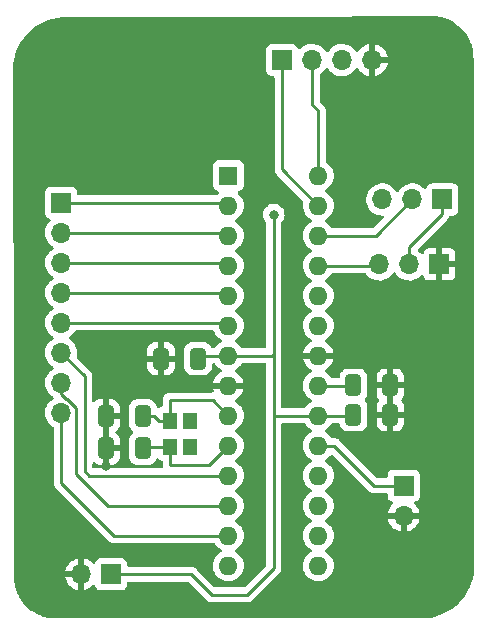
<source format=gbr>
%TF.GenerationSoftware,KiCad,Pcbnew,(6.0.7-1)-1*%
%TF.CreationDate,2022-11-15T19:28:54-05:00*%
%TF.ProjectId,pcb,7063622e-6b69-4636-9164-5f7063625858,rev?*%
%TF.SameCoordinates,Original*%
%TF.FileFunction,Copper,L1,Top*%
%TF.FilePolarity,Positive*%
%FSLAX46Y46*%
G04 Gerber Fmt 4.6, Leading zero omitted, Abs format (unit mm)*
G04 Created by KiCad (PCBNEW (6.0.7-1)-1) date 2022-11-15 19:28:54*
%MOMM*%
%LPD*%
G01*
G04 APERTURE LIST*
G04 Aperture macros list*
%AMRoundRect*
0 Rectangle with rounded corners*
0 $1 Rounding radius*
0 $2 $3 $4 $5 $6 $7 $8 $9 X,Y pos of 4 corners*
0 Add a 4 corners polygon primitive as box body*
4,1,4,$2,$3,$4,$5,$6,$7,$8,$9,$2,$3,0*
0 Add four circle primitives for the rounded corners*
1,1,$1+$1,$2,$3*
1,1,$1+$1,$4,$5*
1,1,$1+$1,$6,$7*
1,1,$1+$1,$8,$9*
0 Add four rect primitives between the rounded corners*
20,1,$1+$1,$2,$3,$4,$5,0*
20,1,$1+$1,$4,$5,$6,$7,0*
20,1,$1+$1,$6,$7,$8,$9,0*
20,1,$1+$1,$8,$9,$2,$3,0*%
G04 Aperture macros list end*
%TA.AperFunction,ComponentPad*%
%ADD10R,1.700000X1.700000*%
%TD*%
%TA.AperFunction,ComponentPad*%
%ADD11O,1.700000X1.700000*%
%TD*%
%TA.AperFunction,SMDPad,CuDef*%
%ADD12R,1.200000X1.400000*%
%TD*%
%TA.AperFunction,SMDPad,CuDef*%
%ADD13RoundRect,0.250000X0.412500X0.650000X-0.412500X0.650000X-0.412500X-0.650000X0.412500X-0.650000X0*%
%TD*%
%TA.AperFunction,ComponentPad*%
%ADD14R,1.600000X1.600000*%
%TD*%
%TA.AperFunction,ComponentPad*%
%ADD15O,1.600000X1.600000*%
%TD*%
%TA.AperFunction,SMDPad,CuDef*%
%ADD16RoundRect,0.250000X-0.412500X-0.650000X0.412500X-0.650000X0.412500X0.650000X-0.412500X0.650000X0*%
%TD*%
%TA.AperFunction,ViaPad*%
%ADD17C,0.800000*%
%TD*%
%TA.AperFunction,Conductor*%
%ADD18C,0.250000*%
%TD*%
G04 APERTURE END LIST*
D10*
%TO.P,J1,1,Pin_1*%
%TO.N,GND*%
X141025000Y-87775000D03*
D11*
%TO.P,J1,2,Pin_2*%
%TO.N,Net-(J1-Pad2)*%
X138485000Y-87775000D03*
%TO.P,J1,3,Pin_3*%
%TO.N,Net-(J1-Pad3)*%
X135945000Y-87775000D03*
%TD*%
D10*
%TO.P,J6,1,Pin_1*%
%TO.N,VCC*%
X113225000Y-114000000D03*
D11*
%TO.P,J6,2,Pin_2*%
%TO.N,GND*%
X110685000Y-114000000D03*
%TD*%
D10*
%TO.P,J2,1,Pin_1*%
%TO.N,Net-(J2-Pad1)*%
X127700000Y-70475000D03*
D11*
%TO.P,J2,2,Pin_2*%
%TO.N,Net-(J2-Pad2)*%
X130240000Y-70475000D03*
%TO.P,J2,3,Pin_3*%
%TO.N,VCC*%
X132780000Y-70475000D03*
%TO.P,J2,4,Pin_4*%
%TO.N,GND*%
X135320000Y-70475000D03*
%TD*%
D12*
%TO.P,Y1,1,1*%
%TO.N,Net-(C4-Pad2)*%
X118250000Y-101000000D03*
%TO.P,Y1,2,2*%
%TO.N,Net-(C5-Pad2)*%
X118250000Y-103200000D03*
%TO.P,Y1,3*%
%TO.N,N/C*%
X119950000Y-103200000D03*
%TO.P,Y1,4*%
X119950000Y-101000000D03*
%TD*%
D13*
%TO.P,C3,1*%
%TO.N,GND*%
X136875000Y-100500000D03*
%TO.P,C3,2*%
%TO.N,VCC*%
X133750000Y-100500000D03*
%TD*%
D14*
%TO.P,U1,1,~{RESET}/PC6*%
%TO.N,unconnected-(U1-Pad1)*%
X123150000Y-80250000D03*
D15*
%TO.P,U1,2,PD0*%
%TO.N,Net-(J3-Pad1)*%
X123150000Y-82790000D03*
%TO.P,U1,3,PD1*%
%TO.N,Net-(J3-Pad2)*%
X123150000Y-85330000D03*
%TO.P,U1,4,PD2*%
%TO.N,Net-(J3-Pad3)*%
X123150000Y-87870000D03*
%TO.P,U1,5,PD3*%
%TO.N,Net-(J3-Pad4)*%
X123150000Y-90410000D03*
%TO.P,U1,6,PD4*%
%TO.N,Net-(J3-Pad5)*%
X123150000Y-92950000D03*
%TO.P,U1,7,VCC*%
%TO.N,VCC*%
X123150000Y-95490000D03*
%TO.P,U1,8,GND*%
%TO.N,GND*%
X123150000Y-98030000D03*
%TO.P,U1,9,XTAL1/PB6*%
%TO.N,Net-(C4-Pad2)*%
X123150000Y-100570000D03*
%TO.P,U1,10,XTAL2/PB7*%
%TO.N,Net-(C5-Pad2)*%
X123150000Y-103110000D03*
%TO.P,U1,11,PD5*%
%TO.N,Net-(J3-Pad6)*%
X123150000Y-105650000D03*
%TO.P,U1,12,PD6*%
%TO.N,Net-(J3-Pad7)*%
X123150000Y-108190000D03*
%TO.P,U1,13,PD7*%
%TO.N,Net-(J3-Pad8)*%
X123150000Y-110730000D03*
%TO.P,U1,14,PB0*%
%TO.N,unconnected-(U1-Pad14)*%
X123150000Y-113270000D03*
%TO.P,U1,15,PB1*%
%TO.N,unconnected-(U1-Pad15)*%
X130770000Y-113270000D03*
%TO.P,U1,16,PB2*%
%TO.N,unconnected-(U1-Pad16)*%
X130770000Y-110730000D03*
%TO.P,U1,17,PB3*%
%TO.N,unconnected-(U1-Pad17)*%
X130770000Y-108190000D03*
%TO.P,U1,18,PB4*%
%TO.N,unconnected-(U1-Pad18)*%
X130770000Y-105650000D03*
%TO.P,U1,19,PB5*%
%TO.N,Net-(J4-Pad1)*%
X130770000Y-103110000D03*
%TO.P,U1,20,AVCC*%
%TO.N,VCC*%
X130770000Y-100570000D03*
%TO.P,U1,21,AREF*%
%TO.N,Net-(C2-Pad1)*%
X130770000Y-98030000D03*
%TO.P,U1,22,GND*%
%TO.N,GND*%
X130770000Y-95490000D03*
%TO.P,U1,23,PC0*%
%TO.N,unconnected-(U1-Pad23)*%
X130770000Y-92950000D03*
%TO.P,U1,24,PC1*%
%TO.N,unconnected-(U1-Pad24)*%
X130770000Y-90410000D03*
%TO.P,U1,25,PC2*%
%TO.N,Net-(J1-Pad3)*%
X130770000Y-87870000D03*
%TO.P,U1,26,PC3*%
%TO.N,Net-(J5-Pad2)*%
X130770000Y-85330000D03*
%TO.P,U1,27,PC4*%
%TO.N,Net-(J2-Pad1)*%
X130770000Y-82790000D03*
%TO.P,U1,28,PC5*%
%TO.N,Net-(J2-Pad2)*%
X130770000Y-80250000D03*
%TD*%
D16*
%TO.P,C2,1*%
%TO.N,Net-(C2-Pad1)*%
X133750000Y-98000000D03*
%TO.P,C2,2*%
%TO.N,GND*%
X136875000Y-98000000D03*
%TD*%
%TO.P,C4,1*%
%TO.N,GND*%
X112787500Y-100600000D03*
%TO.P,C4,2*%
%TO.N,Net-(C4-Pad2)*%
X115912500Y-100600000D03*
%TD*%
D10*
%TO.P,J5,1,Pin_1*%
%TO.N,Net-(J1-Pad2)*%
X141275000Y-82275000D03*
D11*
%TO.P,J5,2,Pin_2*%
%TO.N,Net-(J5-Pad2)*%
X138735000Y-82275000D03*
%TO.P,J5,3,Pin_3*%
%TO.N,VCC*%
X136195000Y-82275000D03*
%TD*%
D10*
%TO.P,J4,1,Pin_1*%
%TO.N,Net-(J4-Pad1)*%
X138000000Y-106500000D03*
D11*
%TO.P,J4,2,Pin_2*%
%TO.N,GND*%
X138000000Y-109040000D03*
%TD*%
D10*
%TO.P,J3,1,Pin_1*%
%TO.N,Net-(J3-Pad1)*%
X109000000Y-82550000D03*
D11*
%TO.P,J3,2,Pin_2*%
%TO.N,Net-(J3-Pad2)*%
X109000000Y-85090000D03*
%TO.P,J3,3,Pin_3*%
%TO.N,Net-(J3-Pad3)*%
X109000000Y-87630000D03*
%TO.P,J3,4,Pin_4*%
%TO.N,Net-(J3-Pad4)*%
X109000000Y-90170000D03*
%TO.P,J3,5,Pin_5*%
%TO.N,Net-(J3-Pad5)*%
X109000000Y-92710000D03*
%TO.P,J3,6,Pin_6*%
%TO.N,Net-(J3-Pad6)*%
X109000000Y-95250000D03*
%TO.P,J3,7,Pin_7*%
%TO.N,Net-(J3-Pad7)*%
X109000000Y-97790000D03*
%TO.P,J3,8,Pin_8*%
%TO.N,Net-(J3-Pad8)*%
X109000000Y-100330000D03*
%TD*%
D16*
%TO.P,C5,1*%
%TO.N,GND*%
X112787500Y-103350000D03*
%TO.P,C5,2*%
%TO.N,Net-(C5-Pad2)*%
X115912500Y-103350000D03*
%TD*%
D13*
%TO.P,C1,1*%
%TO.N,VCC*%
X120587500Y-95750000D03*
%TO.P,C1,2*%
%TO.N,GND*%
X117462500Y-95750000D03*
%TD*%
D17*
%TO.N,VCC*%
X127000000Y-83550000D03*
%TO.N,GND*%
X115750000Y-95750000D03*
X117500000Y-93750000D03*
X112750000Y-98750000D03*
X138750000Y-97750000D03*
X136750000Y-95500000D03*
X137000000Y-102750000D03*
X117500000Y-97750000D03*
X112800000Y-104850000D03*
X138800000Y-100750000D03*
%TD*%
D18*
%TO.N,VCC*%
X123150000Y-95490000D02*
X126860000Y-95490000D01*
X120760000Y-95490000D02*
X120500000Y-95750000D01*
X120000000Y-114000000D02*
X113225000Y-114000000D01*
X124750000Y-115750000D02*
X121750000Y-115750000D01*
X127000000Y-113500000D02*
X124750000Y-115750000D01*
X127000000Y-95350000D02*
X127000000Y-100550000D01*
X121750000Y-115750000D02*
X120000000Y-114000000D01*
X127000000Y-100550000D02*
X127000000Y-113500000D01*
X130770000Y-100570000D02*
X133370000Y-100570000D01*
X126860000Y-95490000D02*
X127000000Y-95350000D01*
X123150000Y-95490000D02*
X120760000Y-95490000D01*
X127000000Y-83550000D02*
X127000000Y-95350000D01*
X133370000Y-100570000D02*
X133550000Y-100750000D01*
X127020000Y-100570000D02*
X127000000Y-100550000D01*
X130770000Y-100570000D02*
X127020000Y-100570000D01*
%TO.N,Net-(C2-Pad1)*%
X130770000Y-98030000D02*
X133720000Y-98030000D01*
X133720000Y-98030000D02*
X133750000Y-98000000D01*
%TO.N,Net-(C4-Pad2)*%
X123150000Y-100570000D02*
X121830000Y-99250000D01*
X118250000Y-99250000D02*
X118250000Y-101000000D01*
X116850000Y-100600000D02*
X115825000Y-100600000D01*
X118250000Y-101000000D02*
X117250000Y-101000000D01*
X117250000Y-101000000D02*
X116850000Y-100600000D01*
X121830000Y-99250000D02*
X118250000Y-99250000D01*
%TO.N,Net-(C5-Pad2)*%
X123150000Y-103110000D02*
X121510000Y-104750000D01*
X118250000Y-103200000D02*
X115975000Y-103200000D01*
X115975000Y-103200000D02*
X115825000Y-103350000D01*
X118250000Y-104750000D02*
X118250000Y-103200000D01*
X121510000Y-104750000D02*
X118250000Y-104750000D01*
%TO.N,Net-(J1-Pad2)*%
X138485000Y-86265000D02*
X138485000Y-87775000D01*
X141275000Y-83475000D02*
X138485000Y-86265000D01*
X141275000Y-82275000D02*
X141275000Y-83475000D01*
%TO.N,Net-(J3-Pad3)*%
X109000000Y-87630000D02*
X122910000Y-87630000D01*
X122910000Y-87630000D02*
X123150000Y-87870000D01*
%TO.N,Net-(J2-Pad1)*%
X127700000Y-70475000D02*
X127700000Y-79720000D01*
X127700000Y-79720000D02*
X130770000Y-82790000D01*
%TO.N,Net-(J2-Pad2)*%
X130770000Y-74755000D02*
X130240000Y-74225000D01*
X130770000Y-80250000D02*
X130770000Y-74755000D01*
X130240000Y-70475000D02*
X130240000Y-74225000D01*
%TO.N,Net-(J3-Pad1)*%
X122910000Y-82550000D02*
X123150000Y-82790000D01*
X109000000Y-82550000D02*
X122910000Y-82550000D01*
%TO.N,Net-(J3-Pad2)*%
X122910000Y-85090000D02*
X123150000Y-85330000D01*
X109000000Y-85090000D02*
X122910000Y-85090000D01*
%TO.N,Net-(J3-Pad4)*%
X109000000Y-90170000D02*
X122910000Y-90170000D01*
X122910000Y-90170000D02*
X123150000Y-90410000D01*
%TO.N,Net-(J3-Pad5)*%
X122910000Y-92710000D02*
X123150000Y-92950000D01*
X109000000Y-92710000D02*
X122910000Y-92710000D01*
%TO.N,Net-(J3-Pad6)*%
X111350000Y-105650000D02*
X123150000Y-105650000D01*
X109000000Y-95250000D02*
X111000000Y-97250000D01*
X111000000Y-105300000D02*
X111350000Y-105650000D01*
X111000000Y-97250000D02*
X111000000Y-105300000D01*
%TO.N,Net-(J3-Pad7)*%
X109000000Y-98750000D02*
X109405000Y-99155000D01*
X109000000Y-97790000D02*
X109000000Y-98750000D01*
X109486701Y-99155000D02*
X110250000Y-99918299D01*
X110250000Y-99918299D02*
X110250000Y-105500000D01*
X112940000Y-108190000D02*
X123150000Y-108190000D01*
X109405000Y-99155000D02*
X109486701Y-99155000D01*
X110250000Y-105500000D02*
X112940000Y-108190000D01*
%TO.N,Net-(J3-Pad8)*%
X109000000Y-106250000D02*
X109000000Y-100330000D01*
X115730000Y-110730000D02*
X115710000Y-110750000D01*
X113500000Y-110750000D02*
X109000000Y-106250000D01*
X115710000Y-110750000D02*
X113500000Y-110750000D01*
X123150000Y-110730000D02*
X115730000Y-110730000D01*
%TO.N,Net-(J4-Pad1)*%
X135500000Y-106500000D02*
X138000000Y-106500000D01*
X130770000Y-103110000D02*
X132110000Y-103110000D01*
X132110000Y-103110000D02*
X135500000Y-106500000D01*
%TO.N,Net-(J1-Pad3)*%
X130770000Y-87870000D02*
X135850000Y-87870000D01*
X135850000Y-87870000D02*
X135945000Y-87775000D01*
%TO.N,Net-(J5-Pad2)*%
X135680000Y-85330000D02*
X138735000Y-82275000D01*
X130770000Y-85330000D02*
X135680000Y-85330000D01*
%TD*%
%TA.AperFunction,Conductor*%
%TO.N,GND*%
G36*
X140392581Y-66760154D02*
G01*
X140401558Y-66761551D01*
X140406429Y-66762310D01*
X140406430Y-66762310D01*
X140415300Y-66763691D01*
X140434655Y-66761160D01*
X140457170Y-66760248D01*
X140757632Y-66775007D01*
X140769921Y-66776217D01*
X141096615Y-66824676D01*
X141108736Y-66827086D01*
X141259700Y-66864900D01*
X141429102Y-66907332D01*
X141440934Y-66910921D01*
X141751899Y-67022184D01*
X141763306Y-67026909D01*
X142061875Y-67168119D01*
X142072774Y-67173945D01*
X142356055Y-67343736D01*
X142366336Y-67350606D01*
X142631602Y-67547339D01*
X142641160Y-67555183D01*
X142885863Y-67776966D01*
X142894607Y-67785709D01*
X143116407Y-68030427D01*
X143124243Y-68039975D01*
X143320995Y-68305263D01*
X143327845Y-68315515D01*
X143447647Y-68515391D01*
X143497642Y-68598802D01*
X143503471Y-68609707D01*
X143644680Y-68908268D01*
X143649411Y-68919692D01*
X143760668Y-69230632D01*
X143764258Y-69242464D01*
X143788068Y-69337517D01*
X143836481Y-69530791D01*
X143844508Y-69562838D01*
X143846919Y-69574963D01*
X143879855Y-69796993D01*
X143895379Y-69901649D01*
X143896591Y-69913955D01*
X143910982Y-70206902D01*
X143909635Y-70232464D01*
X143907882Y-70243724D01*
X143909046Y-70252627D01*
X143909046Y-70252630D01*
X143912085Y-70275873D01*
X143913149Y-70291976D01*
X143986065Y-110270729D01*
X143991409Y-113200988D01*
X143989909Y-113220602D01*
X143986309Y-113243724D01*
X143988984Y-113264183D01*
X143989928Y-113286007D01*
X143977436Y-113572101D01*
X143974648Y-113635964D01*
X143973690Y-113646913D01*
X143926725Y-114003657D01*
X143923982Y-114024490D01*
X143922074Y-114035307D01*
X143864126Y-114296695D01*
X143839647Y-114407114D01*
X143836802Y-114417731D01*
X143729043Y-114759500D01*
X143722285Y-114780932D01*
X143718529Y-114791254D01*
X143583808Y-115116500D01*
X143572784Y-115143114D01*
X143568142Y-115153067D01*
X143475312Y-115331392D01*
X143392295Y-115490867D01*
X143386799Y-115500387D01*
X143182180Y-115821574D01*
X143175876Y-115830578D01*
X142944038Y-116132716D01*
X142936972Y-116141137D01*
X142679686Y-116421914D01*
X142671914Y-116429686D01*
X142391137Y-116686972D01*
X142382716Y-116694038D01*
X142080578Y-116925876D01*
X142071574Y-116932180D01*
X141750387Y-117136799D01*
X141740868Y-117142294D01*
X141403067Y-117318142D01*
X141393123Y-117322780D01*
X141041254Y-117468529D01*
X141030939Y-117472282D01*
X140667732Y-117586802D01*
X140657115Y-117589647D01*
X140285307Y-117672074D01*
X140274498Y-117673981D01*
X139896914Y-117723690D01*
X139885965Y-117724648D01*
X139543446Y-117739603D01*
X139518571Y-117738223D01*
X139506276Y-117736309D01*
X139497374Y-117737473D01*
X139497372Y-117737473D01*
X139486928Y-117738839D01*
X139474714Y-117740436D01*
X139458379Y-117741500D01*
X108549367Y-117741500D01*
X108529982Y-117740000D01*
X108515148Y-117737690D01*
X108515145Y-117737690D01*
X108506276Y-117736309D01*
X108497373Y-117737473D01*
X108497372Y-117737473D01*
X108486924Y-117738839D01*
X108464406Y-117739751D01*
X108163949Y-117724990D01*
X108151655Y-117723779D01*
X107824966Y-117675320D01*
X107812844Y-117672910D01*
X107718804Y-117649354D01*
X107492477Y-117592661D01*
X107480645Y-117589072D01*
X107169689Y-117477810D01*
X107158265Y-117473078D01*
X106994130Y-117395448D01*
X106859708Y-117331872D01*
X106848812Y-117326047D01*
X106707899Y-117241588D01*
X106565533Y-117156256D01*
X106555252Y-117149386D01*
X106484483Y-117096901D01*
X106289983Y-116952650D01*
X106280444Y-116944823D01*
X106035718Y-116723015D01*
X106026980Y-116714277D01*
X105805177Y-116469556D01*
X105797350Y-116460017D01*
X105644960Y-116254542D01*
X105600614Y-116194748D01*
X105593744Y-116184467D01*
X105423955Y-115901193D01*
X105418126Y-115890288D01*
X105410422Y-115873998D01*
X105276922Y-115591735D01*
X105272190Y-115580311D01*
X105160928Y-115269355D01*
X105157339Y-115257523D01*
X105087278Y-114977826D01*
X105077090Y-114937156D01*
X105074679Y-114925031D01*
X105070689Y-114898134D01*
X105026220Y-114598343D01*
X105025009Y-114586045D01*
X105024861Y-114583019D01*
X105016473Y-114412275D01*
X105010795Y-114296695D01*
X105012387Y-114269619D01*
X105012665Y-114267966D01*
X109353257Y-114267966D01*
X109383565Y-114402446D01*
X109386645Y-114412275D01*
X109466770Y-114609603D01*
X109471413Y-114618794D01*
X109582694Y-114800388D01*
X109588777Y-114808699D01*
X109728213Y-114969667D01*
X109735580Y-114976883D01*
X109899434Y-115112916D01*
X109907881Y-115118831D01*
X110091756Y-115226279D01*
X110101042Y-115230729D01*
X110300001Y-115306703D01*
X110309899Y-115309579D01*
X110413250Y-115330606D01*
X110427299Y-115329410D01*
X110431000Y-115319065D01*
X110431000Y-114272115D01*
X110426525Y-114256876D01*
X110425135Y-114255671D01*
X110417452Y-114254000D01*
X109368225Y-114254000D01*
X109354694Y-114257973D01*
X109353257Y-114267966D01*
X105012665Y-114267966D01*
X105013576Y-114262552D01*
X105013729Y-114250000D01*
X105009688Y-114221785D01*
X105008417Y-114204163D01*
X105007560Y-113734183D01*
X109349389Y-113734183D01*
X109350912Y-113742607D01*
X109363292Y-113746000D01*
X110412885Y-113746000D01*
X110428124Y-113741525D01*
X110429329Y-113740135D01*
X110431000Y-113732452D01*
X110431000Y-112683102D01*
X110427082Y-112669758D01*
X110412806Y-112667771D01*
X110374324Y-112673660D01*
X110364288Y-112676051D01*
X110161868Y-112742212D01*
X110152359Y-112746209D01*
X109963463Y-112844542D01*
X109954738Y-112850036D01*
X109784433Y-112977905D01*
X109776726Y-112984748D01*
X109629590Y-113138717D01*
X109623104Y-113146727D01*
X109503098Y-113322649D01*
X109498000Y-113331623D01*
X109408338Y-113524783D01*
X109404775Y-113534470D01*
X109349389Y-113734183D01*
X105007560Y-113734183D01*
X104983052Y-100296695D01*
X107637251Y-100296695D01*
X107637548Y-100301848D01*
X107637548Y-100301851D01*
X107640094Y-100346000D01*
X107650110Y-100519715D01*
X107651247Y-100524761D01*
X107651248Y-100524767D01*
X107661442Y-100570000D01*
X107699222Y-100737639D01*
X107783266Y-100944616D01*
X107899987Y-101135088D01*
X108046250Y-101303938D01*
X108218126Y-101446632D01*
X108304070Y-101496853D01*
X108352794Y-101548491D01*
X108366500Y-101605641D01*
X108366500Y-106171233D01*
X108365973Y-106182416D01*
X108364298Y-106189909D01*
X108364547Y-106197835D01*
X108364547Y-106197836D01*
X108366438Y-106257986D01*
X108366500Y-106261945D01*
X108366500Y-106289856D01*
X108366997Y-106293790D01*
X108366997Y-106293791D01*
X108367005Y-106293856D01*
X108367938Y-106305693D01*
X108369327Y-106349889D01*
X108374978Y-106369339D01*
X108378987Y-106388700D01*
X108381526Y-106408797D01*
X108384445Y-106416168D01*
X108384445Y-106416170D01*
X108397804Y-106449912D01*
X108401649Y-106461142D01*
X108413982Y-106503593D01*
X108418015Y-106510412D01*
X108418017Y-106510417D01*
X108424293Y-106521028D01*
X108432988Y-106538776D01*
X108440448Y-106557617D01*
X108445110Y-106564033D01*
X108445110Y-106564034D01*
X108466436Y-106593387D01*
X108472952Y-106603307D01*
X108495458Y-106641362D01*
X108509779Y-106655683D01*
X108522619Y-106670716D01*
X108534528Y-106687107D01*
X108540634Y-106692158D01*
X108568605Y-106715298D01*
X108577384Y-106723288D01*
X112996348Y-111142253D01*
X113003888Y-111150539D01*
X113008000Y-111157018D01*
X113013777Y-111162443D01*
X113057651Y-111203643D01*
X113060493Y-111206398D01*
X113080230Y-111226135D01*
X113083427Y-111228615D01*
X113092447Y-111236318D01*
X113124679Y-111266586D01*
X113131625Y-111270405D01*
X113131628Y-111270407D01*
X113142434Y-111276348D01*
X113158953Y-111287199D01*
X113174959Y-111299614D01*
X113182228Y-111302759D01*
X113182232Y-111302762D01*
X113215537Y-111317174D01*
X113226187Y-111322391D01*
X113264940Y-111343695D01*
X113272615Y-111345666D01*
X113272616Y-111345666D01*
X113284562Y-111348733D01*
X113303267Y-111355137D01*
X113321855Y-111363181D01*
X113329678Y-111364420D01*
X113329688Y-111364423D01*
X113365524Y-111370099D01*
X113377144Y-111372505D01*
X113408959Y-111380673D01*
X113419970Y-111383500D01*
X113440224Y-111383500D01*
X113459934Y-111385051D01*
X113479943Y-111388220D01*
X113487835Y-111387474D01*
X113506580Y-111385702D01*
X113523962Y-111384059D01*
X113535819Y-111383500D01*
X115631233Y-111383500D01*
X115642416Y-111384027D01*
X115649909Y-111385702D01*
X115657835Y-111385453D01*
X115657836Y-111385453D01*
X115717986Y-111383562D01*
X115721945Y-111383500D01*
X115749856Y-111383500D01*
X115753791Y-111383003D01*
X115753856Y-111382995D01*
X115765693Y-111382062D01*
X115797951Y-111381048D01*
X115801970Y-111380922D01*
X115809889Y-111380673D01*
X115829343Y-111375021D01*
X115848700Y-111371013D01*
X115860933Y-111369468D01*
X115860937Y-111369467D01*
X115868797Y-111368474D01*
X115872581Y-111366976D01*
X115900091Y-111363500D01*
X121930606Y-111363500D01*
X121998727Y-111383502D01*
X122033819Y-111417229D01*
X122143802Y-111574300D01*
X122305700Y-111736198D01*
X122310208Y-111739355D01*
X122310211Y-111739357D01*
X122388389Y-111794098D01*
X122493251Y-111867523D01*
X122498233Y-111869846D01*
X122498238Y-111869849D01*
X122532457Y-111885805D01*
X122585742Y-111932722D01*
X122605203Y-112000999D01*
X122584661Y-112068959D01*
X122532457Y-112114195D01*
X122498238Y-112130151D01*
X122498233Y-112130154D01*
X122493251Y-112132477D01*
X122388389Y-112205902D01*
X122310211Y-112260643D01*
X122310208Y-112260645D01*
X122305700Y-112263802D01*
X122143802Y-112425700D01*
X122012477Y-112613251D01*
X122010154Y-112618233D01*
X122010151Y-112618238D01*
X121944234Y-112759599D01*
X121915716Y-112820757D01*
X121914294Y-112826065D01*
X121914293Y-112826067D01*
X121904526Y-112862517D01*
X121856457Y-113041913D01*
X121836502Y-113270000D01*
X121856457Y-113498087D01*
X121857881Y-113503400D01*
X121857881Y-113503402D01*
X121893003Y-113634476D01*
X121915716Y-113719243D01*
X121918039Y-113724224D01*
X121918039Y-113724225D01*
X122010151Y-113921762D01*
X122010154Y-113921767D01*
X122012477Y-113926749D01*
X122143802Y-114114300D01*
X122305700Y-114276198D01*
X122310208Y-114279355D01*
X122310211Y-114279357D01*
X122388389Y-114334098D01*
X122493251Y-114407523D01*
X122498233Y-114409846D01*
X122498238Y-114409849D01*
X122695775Y-114501961D01*
X122700757Y-114504284D01*
X122706065Y-114505706D01*
X122706067Y-114505707D01*
X122916598Y-114562119D01*
X122916600Y-114562119D01*
X122921913Y-114563543D01*
X123150000Y-114583498D01*
X123378087Y-114563543D01*
X123383400Y-114562119D01*
X123383402Y-114562119D01*
X123593933Y-114505707D01*
X123593935Y-114505706D01*
X123599243Y-114504284D01*
X123604225Y-114501961D01*
X123801762Y-114409849D01*
X123801767Y-114409846D01*
X123806749Y-114407523D01*
X123911611Y-114334098D01*
X123989789Y-114279357D01*
X123989792Y-114279355D01*
X123994300Y-114276198D01*
X124156198Y-114114300D01*
X124287523Y-113926749D01*
X124289846Y-113921767D01*
X124289849Y-113921762D01*
X124381961Y-113724225D01*
X124381961Y-113724224D01*
X124384284Y-113719243D01*
X124406998Y-113634476D01*
X124442119Y-113503402D01*
X124442119Y-113503400D01*
X124443543Y-113498087D01*
X124463498Y-113270000D01*
X124443543Y-113041913D01*
X124395474Y-112862517D01*
X124385707Y-112826067D01*
X124385706Y-112826065D01*
X124384284Y-112820757D01*
X124355766Y-112759599D01*
X124289849Y-112618238D01*
X124289846Y-112618233D01*
X124287523Y-112613251D01*
X124156198Y-112425700D01*
X123994300Y-112263802D01*
X123989792Y-112260645D01*
X123989789Y-112260643D01*
X123911611Y-112205902D01*
X123806749Y-112132477D01*
X123801767Y-112130154D01*
X123801762Y-112130151D01*
X123767543Y-112114195D01*
X123714258Y-112067278D01*
X123694797Y-111999001D01*
X123715339Y-111931041D01*
X123767543Y-111885805D01*
X123801762Y-111869849D01*
X123801767Y-111869846D01*
X123806749Y-111867523D01*
X123911611Y-111794098D01*
X123989789Y-111739357D01*
X123989792Y-111739355D01*
X123994300Y-111736198D01*
X124156198Y-111574300D01*
X124287523Y-111386749D01*
X124289846Y-111381767D01*
X124289849Y-111381762D01*
X124381961Y-111184225D01*
X124381961Y-111184224D01*
X124384284Y-111179243D01*
X124443543Y-110958087D01*
X124463498Y-110730000D01*
X124443543Y-110501913D01*
X124384284Y-110280757D01*
X124350107Y-110207464D01*
X124289849Y-110078238D01*
X124289846Y-110078233D01*
X124287523Y-110073251D01*
X124184985Y-109926812D01*
X124159357Y-109890211D01*
X124159355Y-109890208D01*
X124156198Y-109885700D01*
X123994300Y-109723802D01*
X123989792Y-109720645D01*
X123989789Y-109720643D01*
X123888333Y-109649603D01*
X123806749Y-109592477D01*
X123801767Y-109590154D01*
X123801762Y-109590151D01*
X123767543Y-109574195D01*
X123714258Y-109527278D01*
X123694797Y-109459001D01*
X123715339Y-109391041D01*
X123767543Y-109345805D01*
X123801762Y-109329849D01*
X123801767Y-109329846D01*
X123806749Y-109327523D01*
X123911611Y-109254098D01*
X123989789Y-109199357D01*
X123989792Y-109199355D01*
X123994300Y-109196198D01*
X124156198Y-109034300D01*
X124287523Y-108846749D01*
X124289846Y-108841767D01*
X124289849Y-108841762D01*
X124381961Y-108644225D01*
X124381961Y-108644224D01*
X124384284Y-108639243D01*
X124443543Y-108418087D01*
X124463498Y-108190000D01*
X124443543Y-107961913D01*
X124423568Y-107887367D01*
X124385707Y-107746067D01*
X124385706Y-107746065D01*
X124384284Y-107740757D01*
X124373972Y-107718642D01*
X124289849Y-107538238D01*
X124289846Y-107538233D01*
X124287523Y-107533251D01*
X124214098Y-107428389D01*
X124159357Y-107350211D01*
X124159355Y-107350208D01*
X124156198Y-107345700D01*
X123994300Y-107183802D01*
X123989792Y-107180645D01*
X123989789Y-107180643D01*
X123827738Y-107067174D01*
X123806749Y-107052477D01*
X123801767Y-107050154D01*
X123801762Y-107050151D01*
X123767543Y-107034195D01*
X123714258Y-106987278D01*
X123694797Y-106919001D01*
X123715339Y-106851041D01*
X123767543Y-106805805D01*
X123801762Y-106789849D01*
X123801767Y-106789846D01*
X123806749Y-106787523D01*
X123942944Y-106692158D01*
X123989789Y-106659357D01*
X123989792Y-106659355D01*
X123994300Y-106656198D01*
X124156198Y-106494300D01*
X124183415Y-106455431D01*
X124262861Y-106341970D01*
X124287523Y-106306749D01*
X124289846Y-106301767D01*
X124289849Y-106301762D01*
X124381961Y-106104225D01*
X124381961Y-106104224D01*
X124384284Y-106099243D01*
X124443543Y-105878087D01*
X124463498Y-105650000D01*
X124443543Y-105421913D01*
X124384284Y-105200757D01*
X124359802Y-105148255D01*
X124289849Y-104998238D01*
X124289846Y-104998233D01*
X124287523Y-104993251D01*
X124195433Y-104861733D01*
X124159357Y-104810211D01*
X124159355Y-104810208D01*
X124156198Y-104805700D01*
X123994300Y-104643802D01*
X123989792Y-104640645D01*
X123989789Y-104640643D01*
X123883993Y-104566564D01*
X123806749Y-104512477D01*
X123801767Y-104510154D01*
X123801762Y-104510151D01*
X123767543Y-104494195D01*
X123714258Y-104447278D01*
X123694797Y-104379001D01*
X123715339Y-104311041D01*
X123767543Y-104265805D01*
X123801762Y-104249849D01*
X123801767Y-104249846D01*
X123806749Y-104247523D01*
X123950732Y-104146705D01*
X123989789Y-104119357D01*
X123989792Y-104119355D01*
X123994300Y-104116198D01*
X124156198Y-103954300D01*
X124160516Y-103948134D01*
X124284366Y-103771257D01*
X124287523Y-103766749D01*
X124289846Y-103761767D01*
X124289849Y-103761762D01*
X124381961Y-103564225D01*
X124381961Y-103564224D01*
X124384284Y-103559243D01*
X124426541Y-103401541D01*
X124442119Y-103343402D01*
X124442120Y-103343398D01*
X124443543Y-103338087D01*
X124463498Y-103110000D01*
X124443543Y-102881913D01*
X124384284Y-102660757D01*
X124380582Y-102652817D01*
X124289849Y-102458238D01*
X124289846Y-102458233D01*
X124287523Y-102453251D01*
X124156198Y-102265700D01*
X123994300Y-102103802D01*
X123989792Y-102100645D01*
X123989789Y-102100643D01*
X123888090Y-102029433D01*
X123806749Y-101972477D01*
X123801767Y-101970154D01*
X123801762Y-101970151D01*
X123767543Y-101954195D01*
X123714258Y-101907278D01*
X123694797Y-101839001D01*
X123715339Y-101771041D01*
X123767543Y-101725805D01*
X123801762Y-101709849D01*
X123801767Y-101709846D01*
X123806749Y-101707523D01*
X123918594Y-101629208D01*
X123989789Y-101579357D01*
X123989792Y-101579355D01*
X123994300Y-101576198D01*
X124156198Y-101414300D01*
X124287523Y-101226749D01*
X124289846Y-101221767D01*
X124289849Y-101221762D01*
X124381961Y-101024225D01*
X124381961Y-101024224D01*
X124384284Y-101019243D01*
X124403101Y-100949020D01*
X124442119Y-100803402D01*
X124442119Y-100803400D01*
X124443543Y-100798087D01*
X124463498Y-100570000D01*
X124443543Y-100341913D01*
X124439784Y-100327885D01*
X124385707Y-100126067D01*
X124385706Y-100126065D01*
X124384284Y-100120757D01*
X124351470Y-100050386D01*
X124289849Y-99918238D01*
X124289846Y-99918233D01*
X124287523Y-99913251D01*
X124208302Y-99800112D01*
X124159357Y-99730211D01*
X124159355Y-99730208D01*
X124156198Y-99725700D01*
X123994300Y-99563802D01*
X123989792Y-99560645D01*
X123989789Y-99560643D01*
X123878800Y-99482928D01*
X123806749Y-99432477D01*
X123801767Y-99430154D01*
X123801762Y-99430151D01*
X123766951Y-99413919D01*
X123713666Y-99367002D01*
X123694205Y-99298725D01*
X123714747Y-99230765D01*
X123766951Y-99185529D01*
X123801511Y-99169414D01*
X123811007Y-99163931D01*
X123989467Y-99038972D01*
X123997875Y-99031916D01*
X124151916Y-98877875D01*
X124158972Y-98869467D01*
X124283931Y-98691007D01*
X124289414Y-98681511D01*
X124381490Y-98484053D01*
X124385236Y-98473761D01*
X124431394Y-98301497D01*
X124431058Y-98287401D01*
X124423116Y-98284000D01*
X121882033Y-98284000D01*
X121868502Y-98287973D01*
X121867273Y-98296522D01*
X121910511Y-98457889D01*
X121908821Y-98528866D01*
X121869027Y-98587661D01*
X121803762Y-98615609D01*
X121788804Y-98616500D01*
X118321793Y-98616500D01*
X118298184Y-98614268D01*
X118297881Y-98614210D01*
X118297877Y-98614210D01*
X118290094Y-98612725D01*
X118234049Y-98616251D01*
X118226138Y-98616500D01*
X118210144Y-98616500D01*
X118194270Y-98618506D01*
X118186410Y-98619248D01*
X118158951Y-98620976D01*
X118138263Y-98622277D01*
X118138262Y-98622277D01*
X118130350Y-98622775D01*
X118122809Y-98625225D01*
X118122513Y-98625321D01*
X118099369Y-98630494D01*
X118099065Y-98630532D01*
X118099060Y-98630533D01*
X118091203Y-98631526D01*
X118083838Y-98634442D01*
X118083834Y-98634443D01*
X118038989Y-98652199D01*
X118031570Y-98654871D01*
X117978125Y-98672236D01*
X117971429Y-98676486D01*
X117971428Y-98676486D01*
X117971169Y-98676650D01*
X117950042Y-98687415D01*
X117949754Y-98687529D01*
X117949749Y-98687532D01*
X117942383Y-98690448D01*
X117935975Y-98695104D01*
X117935969Y-98695107D01*
X117896948Y-98723458D01*
X117890411Y-98727901D01*
X117842982Y-98758000D01*
X117837556Y-98763778D01*
X117837555Y-98763779D01*
X117837341Y-98764007D01*
X117819554Y-98779688D01*
X117819309Y-98779866D01*
X117819307Y-98779868D01*
X117812893Y-98784528D01*
X117807839Y-98790637D01*
X117807838Y-98790638D01*
X117777097Y-98827796D01*
X117771866Y-98833730D01*
X117738842Y-98868898D01*
X117738840Y-98868901D01*
X117733414Y-98874679D01*
X117729445Y-98881899D01*
X117716119Y-98901506D01*
X117715920Y-98901746D01*
X117715916Y-98901753D01*
X117710867Y-98907856D01*
X117700481Y-98929927D01*
X117686953Y-98958676D01*
X117683371Y-98965708D01*
X117656305Y-99014940D01*
X117654335Y-99022615D01*
X117654332Y-99022621D01*
X117654256Y-99022919D01*
X117646224Y-99045228D01*
X117646094Y-99045503D01*
X117646091Y-99045511D01*
X117642717Y-99052682D01*
X117632195Y-99107843D01*
X117630471Y-99115558D01*
X117616500Y-99169970D01*
X117616500Y-99178207D01*
X117614268Y-99201816D01*
X117612725Y-99209906D01*
X117615152Y-99248478D01*
X117616251Y-99265951D01*
X117616500Y-99273862D01*
X117616500Y-99682130D01*
X117596498Y-99750251D01*
X117542842Y-99796744D01*
X117534730Y-99800112D01*
X117425192Y-99841176D01*
X117403295Y-99849385D01*
X117286739Y-99936739D01*
X117286093Y-99935877D01*
X117231066Y-99965925D01*
X117160251Y-99960860D01*
X117103415Y-99918313D01*
X117078956Y-99855807D01*
X117073238Y-99800693D01*
X117073237Y-99800690D01*
X117072526Y-99793834D01*
X117048495Y-99721803D01*
X117018868Y-99633002D01*
X117016550Y-99626054D01*
X116923478Y-99475652D01*
X116798303Y-99350695D01*
X116779540Y-99339129D01*
X116653968Y-99261725D01*
X116653966Y-99261724D01*
X116647738Y-99257885D01*
X116526936Y-99217817D01*
X116486389Y-99204368D01*
X116486387Y-99204368D01*
X116479861Y-99202203D01*
X116473025Y-99201503D01*
X116473022Y-99201502D01*
X116429969Y-99197091D01*
X116375400Y-99191500D01*
X115449600Y-99191500D01*
X115446354Y-99191837D01*
X115446350Y-99191837D01*
X115350692Y-99201762D01*
X115350688Y-99201763D01*
X115343834Y-99202474D01*
X115337298Y-99204655D01*
X115337296Y-99204655D01*
X115253170Y-99232722D01*
X115176054Y-99258450D01*
X115025652Y-99351522D01*
X114900695Y-99476697D01*
X114807885Y-99627262D01*
X114783496Y-99700794D01*
X114767092Y-99750251D01*
X114752203Y-99795139D01*
X114741500Y-99899600D01*
X114741500Y-101300400D01*
X114741837Y-101303646D01*
X114741837Y-101303650D01*
X114751618Y-101397914D01*
X114752474Y-101406166D01*
X114754655Y-101412702D01*
X114754655Y-101412704D01*
X114772698Y-101466784D01*
X114808450Y-101573946D01*
X114901522Y-101724348D01*
X114906704Y-101729521D01*
X114921927Y-101744717D01*
X115026697Y-101849305D01*
X115032929Y-101853147D01*
X115032931Y-101853148D01*
X115056691Y-101867794D01*
X115104185Y-101920566D01*
X115115609Y-101990637D01*
X115087335Y-102055761D01*
X115056879Y-102082198D01*
X115025652Y-102101522D01*
X114900695Y-102226697D01*
X114896855Y-102232927D01*
X114896854Y-102232928D01*
X114821669Y-102354901D01*
X114807885Y-102377262D01*
X114784267Y-102448469D01*
X114762421Y-102514334D01*
X114752203Y-102545139D01*
X114741500Y-102649600D01*
X114741500Y-104050400D01*
X114741837Y-104053646D01*
X114741837Y-104053650D01*
X114751618Y-104147914D01*
X114752474Y-104156166D01*
X114754655Y-104162702D01*
X114754655Y-104162704D01*
X114767939Y-104202521D01*
X114808450Y-104323946D01*
X114901522Y-104474348D01*
X115026697Y-104599305D01*
X115032927Y-104603145D01*
X115032928Y-104603146D01*
X115170288Y-104687816D01*
X115177262Y-104692115D01*
X115230901Y-104709906D01*
X115338611Y-104745632D01*
X115338613Y-104745632D01*
X115345139Y-104747797D01*
X115351975Y-104748497D01*
X115351978Y-104748498D01*
X115395031Y-104752909D01*
X115449600Y-104758500D01*
X116375400Y-104758500D01*
X116378646Y-104758163D01*
X116378650Y-104758163D01*
X116474308Y-104748238D01*
X116474312Y-104748237D01*
X116481166Y-104747526D01*
X116487702Y-104745345D01*
X116487704Y-104745345D01*
X116619806Y-104701272D01*
X116648946Y-104691550D01*
X116799348Y-104598478D01*
X116924305Y-104473303D01*
X116989393Y-104367712D01*
X117013275Y-104328968D01*
X117013276Y-104328966D01*
X117017115Y-104322738D01*
X117037632Y-104260881D01*
X117078063Y-104202521D01*
X117143627Y-104175284D01*
X117213508Y-104187817D01*
X117258052Y-104224983D01*
X117286739Y-104263261D01*
X117403295Y-104350615D01*
X117411703Y-104353767D01*
X117534730Y-104399888D01*
X117591494Y-104442530D01*
X117616194Y-104509091D01*
X117616500Y-104517870D01*
X117616500Y-104678207D01*
X117614268Y-104701816D01*
X117612725Y-104709906D01*
X117615730Y-104757672D01*
X117616251Y-104765951D01*
X117616500Y-104773862D01*
X117616500Y-104789856D01*
X117618506Y-104805730D01*
X117619248Y-104813590D01*
X117622775Y-104869650D01*
X117622942Y-104870164D01*
X117616376Y-104937554D01*
X117572382Y-104993277D01*
X117499492Y-105016500D01*
X111759500Y-105016500D01*
X111691379Y-104996498D01*
X111644886Y-104942842D01*
X111633500Y-104890500D01*
X111633500Y-104634685D01*
X111653502Y-104566564D01*
X111707158Y-104520071D01*
X111777432Y-104509967D01*
X111842012Y-104539461D01*
X111848518Y-104545512D01*
X111896829Y-104593739D01*
X111908240Y-104602751D01*
X112046243Y-104687816D01*
X112059424Y-104693963D01*
X112213710Y-104745138D01*
X112227086Y-104748005D01*
X112321438Y-104757672D01*
X112327854Y-104758000D01*
X112515385Y-104758000D01*
X112530624Y-104753525D01*
X112531829Y-104752135D01*
X112533500Y-104744452D01*
X112533500Y-104739884D01*
X113041500Y-104739884D01*
X113045975Y-104755123D01*
X113047365Y-104756328D01*
X113055048Y-104757999D01*
X113247095Y-104757999D01*
X113253614Y-104757662D01*
X113349206Y-104747743D01*
X113362600Y-104744851D01*
X113516784Y-104693412D01*
X113529962Y-104687239D01*
X113667807Y-104601937D01*
X113679208Y-104592901D01*
X113793739Y-104478171D01*
X113802751Y-104466760D01*
X113887816Y-104328757D01*
X113893963Y-104315576D01*
X113945138Y-104161290D01*
X113948005Y-104147914D01*
X113957672Y-104053562D01*
X113958000Y-104047146D01*
X113958000Y-103622115D01*
X113953525Y-103606876D01*
X113952135Y-103605671D01*
X113944452Y-103604000D01*
X113059615Y-103604000D01*
X113044376Y-103608475D01*
X113043171Y-103609865D01*
X113041500Y-103617548D01*
X113041500Y-104739884D01*
X112533500Y-104739884D01*
X112533500Y-103077885D01*
X113041500Y-103077885D01*
X113045975Y-103093124D01*
X113047365Y-103094329D01*
X113055048Y-103096000D01*
X113939884Y-103096000D01*
X113955123Y-103091525D01*
X113956328Y-103090135D01*
X113957999Y-103082452D01*
X113957999Y-102652905D01*
X113957662Y-102646386D01*
X113947743Y-102550794D01*
X113944851Y-102537400D01*
X113893412Y-102383216D01*
X113887239Y-102370038D01*
X113801937Y-102232193D01*
X113792901Y-102220792D01*
X113678171Y-102106261D01*
X113666757Y-102097247D01*
X113642355Y-102082205D01*
X113594862Y-102029433D01*
X113583440Y-101959361D01*
X113611714Y-101894238D01*
X113642170Y-101867801D01*
X113667810Y-101851935D01*
X113679208Y-101842901D01*
X113793739Y-101728171D01*
X113802751Y-101716760D01*
X113887816Y-101578757D01*
X113893963Y-101565576D01*
X113945138Y-101411290D01*
X113948005Y-101397914D01*
X113957672Y-101303562D01*
X113958000Y-101297146D01*
X113958000Y-100872115D01*
X113953525Y-100856876D01*
X113952135Y-100855671D01*
X113944452Y-100854000D01*
X113059615Y-100854000D01*
X113044376Y-100858475D01*
X113043171Y-100859865D01*
X113041500Y-100867548D01*
X113041500Y-103077885D01*
X112533500Y-103077885D01*
X112533500Y-100327885D01*
X113041500Y-100327885D01*
X113045975Y-100343124D01*
X113047365Y-100344329D01*
X113055048Y-100346000D01*
X113939884Y-100346000D01*
X113955123Y-100341525D01*
X113956328Y-100340135D01*
X113957999Y-100332452D01*
X113957999Y-99902905D01*
X113957662Y-99896386D01*
X113947743Y-99800794D01*
X113944851Y-99787400D01*
X113893412Y-99633216D01*
X113887239Y-99620038D01*
X113801937Y-99482193D01*
X113792901Y-99470792D01*
X113678171Y-99356261D01*
X113666760Y-99347249D01*
X113528757Y-99262184D01*
X113515576Y-99256037D01*
X113361290Y-99204862D01*
X113347914Y-99201995D01*
X113253562Y-99192328D01*
X113247145Y-99192000D01*
X113059615Y-99192000D01*
X113044376Y-99196475D01*
X113043171Y-99197865D01*
X113041500Y-99205548D01*
X113041500Y-100327885D01*
X112533500Y-100327885D01*
X112533500Y-99210116D01*
X112529025Y-99194877D01*
X112527635Y-99193672D01*
X112519952Y-99192001D01*
X112327905Y-99192001D01*
X112321386Y-99192338D01*
X112225794Y-99202257D01*
X112212400Y-99205149D01*
X112058216Y-99256588D01*
X112045038Y-99262761D01*
X111907193Y-99348063D01*
X111895792Y-99357099D01*
X111848673Y-99404300D01*
X111786390Y-99438379D01*
X111715570Y-99433376D01*
X111658697Y-99390879D01*
X111633829Y-99324380D01*
X111633500Y-99315282D01*
X111633500Y-97328767D01*
X111634027Y-97317584D01*
X111635702Y-97310091D01*
X111633562Y-97242014D01*
X111633500Y-97238055D01*
X111633500Y-97210144D01*
X111632995Y-97206144D01*
X111632062Y-97194301D01*
X111632048Y-97193834D01*
X111630673Y-97150110D01*
X111625022Y-97130658D01*
X111621014Y-97111306D01*
X111619467Y-97099063D01*
X111618474Y-97091203D01*
X111615556Y-97083832D01*
X111602200Y-97050097D01*
X111598355Y-97038870D01*
X111593977Y-97023802D01*
X111586018Y-96996407D01*
X111575707Y-96978972D01*
X111567012Y-96961224D01*
X111559552Y-96942383D01*
X111533564Y-96906613D01*
X111527048Y-96896693D01*
X111508580Y-96865465D01*
X111508578Y-96865462D01*
X111504542Y-96858638D01*
X111490221Y-96844317D01*
X111477380Y-96829283D01*
X111470131Y-96819306D01*
X111465472Y-96812893D01*
X111431395Y-96784702D01*
X111422616Y-96776712D01*
X111092999Y-96447095D01*
X116292001Y-96447095D01*
X116292338Y-96453614D01*
X116302257Y-96549206D01*
X116305149Y-96562600D01*
X116356588Y-96716784D01*
X116362761Y-96729962D01*
X116448063Y-96867807D01*
X116457099Y-96879208D01*
X116571829Y-96993739D01*
X116583240Y-97002751D01*
X116721243Y-97087816D01*
X116734424Y-97093963D01*
X116888710Y-97145138D01*
X116902086Y-97148005D01*
X116996438Y-97157672D01*
X117002854Y-97158000D01*
X117190385Y-97158000D01*
X117205624Y-97153525D01*
X117206829Y-97152135D01*
X117208500Y-97144452D01*
X117208500Y-97139884D01*
X117716500Y-97139884D01*
X117720975Y-97155123D01*
X117722365Y-97156328D01*
X117730048Y-97157999D01*
X117922095Y-97157999D01*
X117928614Y-97157662D01*
X118024206Y-97147743D01*
X118037600Y-97144851D01*
X118191784Y-97093412D01*
X118204962Y-97087239D01*
X118342807Y-97001937D01*
X118354208Y-96992901D01*
X118468739Y-96878171D01*
X118477751Y-96866760D01*
X118562816Y-96728757D01*
X118568963Y-96715576D01*
X118620138Y-96561290D01*
X118623005Y-96547914D01*
X118632672Y-96453562D01*
X118633000Y-96447146D01*
X118633000Y-96022115D01*
X118628525Y-96006876D01*
X118627135Y-96005671D01*
X118619452Y-96004000D01*
X117734615Y-96004000D01*
X117719376Y-96008475D01*
X117718171Y-96009865D01*
X117716500Y-96017548D01*
X117716500Y-97139884D01*
X117208500Y-97139884D01*
X117208500Y-96022115D01*
X117204025Y-96006876D01*
X117202635Y-96005671D01*
X117194952Y-96004000D01*
X116310116Y-96004000D01*
X116294877Y-96008475D01*
X116293672Y-96009865D01*
X116292001Y-96017548D01*
X116292001Y-96447095D01*
X111092999Y-96447095D01*
X110351218Y-95705313D01*
X110317192Y-95643001D01*
X110319755Y-95579589D01*
X110330865Y-95543022D01*
X110332370Y-95538069D01*
X110340294Y-95477885D01*
X116292000Y-95477885D01*
X116296475Y-95493124D01*
X116297865Y-95494329D01*
X116305548Y-95496000D01*
X117190385Y-95496000D01*
X117205624Y-95491525D01*
X117206829Y-95490135D01*
X117208500Y-95482452D01*
X117208500Y-95477885D01*
X117716500Y-95477885D01*
X117720975Y-95493124D01*
X117722365Y-95494329D01*
X117730048Y-95496000D01*
X118614884Y-95496000D01*
X118630123Y-95491525D01*
X118631328Y-95490135D01*
X118632999Y-95482452D01*
X118632999Y-95052905D01*
X118632662Y-95046386D01*
X118622743Y-94950794D01*
X118619851Y-94937400D01*
X118568412Y-94783216D01*
X118562239Y-94770038D01*
X118476937Y-94632193D01*
X118467901Y-94620792D01*
X118353171Y-94506261D01*
X118341760Y-94497249D01*
X118203757Y-94412184D01*
X118190576Y-94406037D01*
X118036290Y-94354862D01*
X118022914Y-94351995D01*
X117928562Y-94342328D01*
X117922145Y-94342000D01*
X117734615Y-94342000D01*
X117719376Y-94346475D01*
X117718171Y-94347865D01*
X117716500Y-94355548D01*
X117716500Y-95477885D01*
X117208500Y-95477885D01*
X117208500Y-94360116D01*
X117204025Y-94344877D01*
X117202635Y-94343672D01*
X117194952Y-94342001D01*
X117002905Y-94342001D01*
X116996386Y-94342338D01*
X116900794Y-94352257D01*
X116887400Y-94355149D01*
X116733216Y-94406588D01*
X116720038Y-94412761D01*
X116582193Y-94498063D01*
X116570792Y-94507099D01*
X116456261Y-94621829D01*
X116447249Y-94633240D01*
X116362184Y-94771243D01*
X116356037Y-94784424D01*
X116304862Y-94938710D01*
X116301995Y-94952086D01*
X116292328Y-95046438D01*
X116292000Y-95052855D01*
X116292000Y-95477885D01*
X110340294Y-95477885D01*
X110361529Y-95316590D01*
X110363156Y-95250000D01*
X110344852Y-95027361D01*
X110290431Y-94810702D01*
X110201354Y-94605840D01*
X110137220Y-94506704D01*
X110082822Y-94422617D01*
X110082820Y-94422614D01*
X110080014Y-94418277D01*
X109929670Y-94253051D01*
X109925619Y-94249852D01*
X109925615Y-94249848D01*
X109758414Y-94117800D01*
X109758410Y-94117798D01*
X109754359Y-94114598D01*
X109713053Y-94091796D01*
X109663084Y-94041364D01*
X109648312Y-93971921D01*
X109673428Y-93905516D01*
X109700780Y-93878909D01*
X109744603Y-93847650D01*
X109879860Y-93751173D01*
X110038096Y-93593489D01*
X110097594Y-93510689D01*
X110165435Y-93416277D01*
X110168453Y-93412077D01*
X110170746Y-93407437D01*
X110172446Y-93404608D01*
X110224674Y-93356518D01*
X110280451Y-93343500D01*
X121809451Y-93343500D01*
X121877572Y-93363502D01*
X121923646Y-93416250D01*
X122010151Y-93601762D01*
X122010154Y-93601767D01*
X122012477Y-93606749D01*
X122143802Y-93794300D01*
X122305700Y-93956198D01*
X122310208Y-93959355D01*
X122310211Y-93959357D01*
X122338470Y-93979144D01*
X122493251Y-94087523D01*
X122498233Y-94089846D01*
X122498238Y-94089849D01*
X122532457Y-94105805D01*
X122585742Y-94152722D01*
X122605203Y-94220999D01*
X122584661Y-94288959D01*
X122532457Y-94334195D01*
X122498238Y-94350151D01*
X122498233Y-94350154D01*
X122493251Y-94352477D01*
X122413314Y-94408450D01*
X122310211Y-94480643D01*
X122310208Y-94480645D01*
X122305700Y-94483802D01*
X122143802Y-94645700D01*
X122140645Y-94650208D01*
X122140643Y-94650211D01*
X122033819Y-94802771D01*
X121978362Y-94847099D01*
X121930606Y-94856500D01*
X121808414Y-94856500D01*
X121740293Y-94836498D01*
X121694313Y-94783951D01*
X121693867Y-94782999D01*
X121691550Y-94776054D01*
X121598478Y-94625652D01*
X121473303Y-94500695D01*
X121467072Y-94496854D01*
X121328968Y-94411725D01*
X121328966Y-94411724D01*
X121322738Y-94407885D01*
X121242995Y-94381436D01*
X121161389Y-94354368D01*
X121161387Y-94354368D01*
X121154861Y-94352203D01*
X121148025Y-94351503D01*
X121148022Y-94351502D01*
X121104969Y-94347091D01*
X121050400Y-94341500D01*
X120124600Y-94341500D01*
X120121354Y-94341837D01*
X120121350Y-94341837D01*
X120025692Y-94351762D01*
X120025688Y-94351763D01*
X120018834Y-94352474D01*
X120012298Y-94354655D01*
X120012296Y-94354655D01*
X119995928Y-94360116D01*
X119851054Y-94408450D01*
X119700652Y-94501522D01*
X119575695Y-94626697D01*
X119571855Y-94632927D01*
X119571854Y-94632928D01*
X119511710Y-94730500D01*
X119482885Y-94777262D01*
X119427203Y-94945139D01*
X119416500Y-95049600D01*
X119416500Y-96450400D01*
X119416837Y-96453646D01*
X119416837Y-96453650D01*
X119426752Y-96549206D01*
X119427474Y-96556166D01*
X119429655Y-96562702D01*
X119429655Y-96562704D01*
X119462885Y-96662306D01*
X119483450Y-96723946D01*
X119576522Y-96874348D01*
X119581704Y-96879521D01*
X119592353Y-96890151D01*
X119701697Y-96999305D01*
X119707927Y-97003145D01*
X119707928Y-97003146D01*
X119845288Y-97087816D01*
X119852262Y-97092115D01*
X119913423Y-97112401D01*
X120013611Y-97145632D01*
X120013613Y-97145632D01*
X120020139Y-97147797D01*
X120026975Y-97148497D01*
X120026978Y-97148498D01*
X120070031Y-97152909D01*
X120124600Y-97158500D01*
X121050400Y-97158500D01*
X121053646Y-97158163D01*
X121053650Y-97158163D01*
X121149308Y-97148238D01*
X121149312Y-97148237D01*
X121156166Y-97147526D01*
X121162702Y-97145345D01*
X121162704Y-97145345D01*
X121301427Y-97099063D01*
X121323946Y-97091550D01*
X121474348Y-96998478D01*
X121599305Y-96873303D01*
X121603338Y-96866760D01*
X121688275Y-96728968D01*
X121688276Y-96728966D01*
X121692115Y-96722738D01*
X121732077Y-96602257D01*
X121745632Y-96561389D01*
X121745632Y-96561387D01*
X121747797Y-96554861D01*
X121750253Y-96530897D01*
X121758167Y-96453650D01*
X121758500Y-96450400D01*
X121758500Y-96249500D01*
X121778502Y-96181379D01*
X121832158Y-96134886D01*
X121884500Y-96123500D01*
X121930606Y-96123500D01*
X121998727Y-96143502D01*
X122033819Y-96177229D01*
X122084424Y-96249500D01*
X122143802Y-96334300D01*
X122305700Y-96496198D01*
X122310208Y-96499355D01*
X122310211Y-96499357D01*
X122338470Y-96519144D01*
X122493251Y-96627523D01*
X122498233Y-96629846D01*
X122498238Y-96629849D01*
X122533049Y-96646081D01*
X122586334Y-96692998D01*
X122605795Y-96761275D01*
X122585253Y-96829235D01*
X122533049Y-96874471D01*
X122498489Y-96890586D01*
X122488993Y-96896069D01*
X122310533Y-97021028D01*
X122302125Y-97028084D01*
X122148084Y-97182125D01*
X122141028Y-97190533D01*
X122016069Y-97368993D01*
X122010586Y-97378489D01*
X121918510Y-97575947D01*
X121914764Y-97586239D01*
X121868606Y-97758503D01*
X121868942Y-97772599D01*
X121876884Y-97776000D01*
X124417967Y-97776000D01*
X124431498Y-97772027D01*
X124432727Y-97763478D01*
X124385236Y-97586239D01*
X124381490Y-97575947D01*
X124289414Y-97378489D01*
X124283931Y-97368993D01*
X124158972Y-97190533D01*
X124151916Y-97182125D01*
X123997875Y-97028084D01*
X123989467Y-97021028D01*
X123811007Y-96896069D01*
X123801511Y-96890586D01*
X123766951Y-96874471D01*
X123713666Y-96827554D01*
X123694205Y-96759277D01*
X123714747Y-96691317D01*
X123766951Y-96646081D01*
X123801762Y-96629849D01*
X123801767Y-96629846D01*
X123806749Y-96627523D01*
X123961530Y-96519144D01*
X123989789Y-96499357D01*
X123989792Y-96499355D01*
X123994300Y-96496198D01*
X124156198Y-96334300D01*
X124215576Y-96249500D01*
X124266181Y-96177229D01*
X124321638Y-96132901D01*
X124369394Y-96123500D01*
X126240500Y-96123500D01*
X126308621Y-96143502D01*
X126355114Y-96197158D01*
X126366500Y-96249500D01*
X126366500Y-100471233D01*
X126365973Y-100482416D01*
X126364298Y-100489909D01*
X126364547Y-100497835D01*
X126364547Y-100497836D01*
X126366438Y-100557986D01*
X126366500Y-100561945D01*
X126366500Y-113185406D01*
X126346498Y-113253527D01*
X126329595Y-113274501D01*
X124524500Y-115079595D01*
X124462188Y-115113621D01*
X124435405Y-115116500D01*
X122064594Y-115116500D01*
X121996473Y-115096498D01*
X121975499Y-115079595D01*
X120503652Y-113607747D01*
X120496112Y-113599461D01*
X120492000Y-113592982D01*
X120442348Y-113546356D01*
X120439507Y-113543602D01*
X120419770Y-113523865D01*
X120416573Y-113521385D01*
X120407551Y-113513680D01*
X120390946Y-113498087D01*
X120375321Y-113483414D01*
X120368375Y-113479595D01*
X120368372Y-113479593D01*
X120357566Y-113473652D01*
X120341047Y-113462801D01*
X120340583Y-113462441D01*
X120325041Y-113450386D01*
X120317772Y-113447241D01*
X120317768Y-113447238D01*
X120284463Y-113432826D01*
X120273813Y-113427609D01*
X120235060Y-113406305D01*
X120215437Y-113401267D01*
X120196734Y-113394863D01*
X120185420Y-113389967D01*
X120185419Y-113389967D01*
X120178145Y-113386819D01*
X120170322Y-113385580D01*
X120170312Y-113385577D01*
X120134476Y-113379901D01*
X120122856Y-113377495D01*
X120087711Y-113368472D01*
X120087710Y-113368472D01*
X120080030Y-113366500D01*
X120059776Y-113366500D01*
X120040065Y-113364949D01*
X120027886Y-113363020D01*
X120020057Y-113361780D01*
X120012165Y-113362526D01*
X119976039Y-113365941D01*
X119964181Y-113366500D01*
X114709500Y-113366500D01*
X114641379Y-113346498D01*
X114594886Y-113292842D01*
X114583500Y-113240500D01*
X114583500Y-113101866D01*
X114576745Y-113039684D01*
X114525615Y-112903295D01*
X114438261Y-112786739D01*
X114321705Y-112699385D01*
X114185316Y-112648255D01*
X114123134Y-112641500D01*
X112326866Y-112641500D01*
X112264684Y-112648255D01*
X112128295Y-112699385D01*
X112011739Y-112786739D01*
X111924385Y-112903295D01*
X111921233Y-112911703D01*
X111921232Y-112911705D01*
X111879722Y-113022433D01*
X111837081Y-113079198D01*
X111770519Y-113103898D01*
X111701170Y-113088691D01*
X111668546Y-113063004D01*
X111617799Y-113007234D01*
X111610273Y-113000215D01*
X111443139Y-112868222D01*
X111434552Y-112862517D01*
X111248117Y-112759599D01*
X111238705Y-112755369D01*
X111037959Y-112684280D01*
X111027988Y-112681646D01*
X110956837Y-112668972D01*
X110943540Y-112670432D01*
X110939000Y-112684989D01*
X110939000Y-115318517D01*
X110943064Y-115332359D01*
X110956478Y-115334393D01*
X110963184Y-115333534D01*
X110973262Y-115331392D01*
X111177255Y-115270191D01*
X111186842Y-115266433D01*
X111378095Y-115172739D01*
X111386945Y-115167464D01*
X111560328Y-115043792D01*
X111568193Y-115037145D01*
X111672897Y-114932805D01*
X111735268Y-114898889D01*
X111806075Y-114904077D01*
X111862837Y-114946723D01*
X111879819Y-114977826D01*
X111902057Y-115037145D01*
X111924385Y-115096705D01*
X112011739Y-115213261D01*
X112128295Y-115300615D01*
X112264684Y-115351745D01*
X112326866Y-115358500D01*
X114123134Y-115358500D01*
X114185316Y-115351745D01*
X114321705Y-115300615D01*
X114438261Y-115213261D01*
X114525615Y-115096705D01*
X114576745Y-114960316D01*
X114583500Y-114898134D01*
X114583500Y-114759500D01*
X114603502Y-114691379D01*
X114657158Y-114644886D01*
X114709500Y-114633500D01*
X119685406Y-114633500D01*
X119753527Y-114653502D01*
X119774501Y-114670405D01*
X121246348Y-116142253D01*
X121253888Y-116150539D01*
X121258000Y-116157018D01*
X121263777Y-116162443D01*
X121307651Y-116203643D01*
X121310493Y-116206398D01*
X121330230Y-116226135D01*
X121333427Y-116228615D01*
X121342447Y-116236318D01*
X121374679Y-116266586D01*
X121381625Y-116270405D01*
X121381628Y-116270407D01*
X121392434Y-116276348D01*
X121408953Y-116287199D01*
X121424959Y-116299614D01*
X121432228Y-116302759D01*
X121432232Y-116302762D01*
X121465537Y-116317174D01*
X121476187Y-116322391D01*
X121514940Y-116343695D01*
X121522615Y-116345666D01*
X121522616Y-116345666D01*
X121534562Y-116348733D01*
X121553267Y-116355137D01*
X121571855Y-116363181D01*
X121579678Y-116364420D01*
X121579688Y-116364423D01*
X121615524Y-116370099D01*
X121627144Y-116372505D01*
X121658959Y-116380673D01*
X121669970Y-116383500D01*
X121690224Y-116383500D01*
X121709934Y-116385051D01*
X121729943Y-116388220D01*
X121737835Y-116387474D01*
X121756580Y-116385702D01*
X121773962Y-116384059D01*
X121785819Y-116383500D01*
X124671233Y-116383500D01*
X124682416Y-116384027D01*
X124689909Y-116385702D01*
X124697835Y-116385453D01*
X124697836Y-116385453D01*
X124757986Y-116383562D01*
X124761945Y-116383500D01*
X124789856Y-116383500D01*
X124793791Y-116383003D01*
X124793856Y-116382995D01*
X124805693Y-116382062D01*
X124837951Y-116381048D01*
X124841970Y-116380922D01*
X124849889Y-116380673D01*
X124869343Y-116375021D01*
X124888700Y-116371013D01*
X124900930Y-116369468D01*
X124900931Y-116369468D01*
X124908797Y-116368474D01*
X124916168Y-116365555D01*
X124916170Y-116365555D01*
X124949912Y-116352196D01*
X124961142Y-116348351D01*
X124995983Y-116338229D01*
X124995984Y-116338229D01*
X125003593Y-116336018D01*
X125010412Y-116331985D01*
X125010417Y-116331983D01*
X125021028Y-116325707D01*
X125038776Y-116317012D01*
X125057617Y-116309552D01*
X125093387Y-116283564D01*
X125103307Y-116277048D01*
X125134535Y-116258580D01*
X125134538Y-116258578D01*
X125141362Y-116254542D01*
X125155683Y-116240221D01*
X125170717Y-116227380D01*
X125180694Y-116220131D01*
X125187107Y-116215472D01*
X125215298Y-116181395D01*
X125223288Y-116172616D01*
X127392247Y-114003657D01*
X127400537Y-113996113D01*
X127407018Y-113992000D01*
X127453659Y-113942332D01*
X127456413Y-113939491D01*
X127476135Y-113919769D01*
X127478612Y-113916576D01*
X127486317Y-113907555D01*
X127511159Y-113881100D01*
X127516586Y-113875321D01*
X127520407Y-113868371D01*
X127526346Y-113857568D01*
X127537202Y-113841041D01*
X127544757Y-113831302D01*
X127544758Y-113831300D01*
X127549614Y-113825040D01*
X127567174Y-113784460D01*
X127572391Y-113773812D01*
X127589875Y-113742009D01*
X127589876Y-113742007D01*
X127593695Y-113735060D01*
X127598733Y-113715437D01*
X127605137Y-113696734D01*
X127610033Y-113685420D01*
X127610033Y-113685419D01*
X127613181Y-113678145D01*
X127614420Y-113670322D01*
X127614423Y-113670312D01*
X127620099Y-113634476D01*
X127622505Y-113622856D01*
X127631528Y-113587711D01*
X127631528Y-113587710D01*
X127633500Y-113580030D01*
X127633500Y-113559776D01*
X127635051Y-113540065D01*
X127636980Y-113527886D01*
X127638220Y-113520057D01*
X127634059Y-113476038D01*
X127633500Y-113464181D01*
X127633500Y-101329500D01*
X127653502Y-101261379D01*
X127707158Y-101214886D01*
X127759500Y-101203500D01*
X129550606Y-101203500D01*
X129618727Y-101223502D01*
X129653819Y-101257229D01*
X129692661Y-101312701D01*
X129763802Y-101414300D01*
X129925700Y-101576198D01*
X129930208Y-101579355D01*
X129930211Y-101579357D01*
X130001406Y-101629208D01*
X130113251Y-101707523D01*
X130118233Y-101709846D01*
X130118238Y-101709849D01*
X130152457Y-101725805D01*
X130205742Y-101772722D01*
X130225203Y-101840999D01*
X130204661Y-101908959D01*
X130152457Y-101954195D01*
X130118238Y-101970151D01*
X130118233Y-101970154D01*
X130113251Y-101972477D01*
X130031910Y-102029433D01*
X129930211Y-102100643D01*
X129930208Y-102100645D01*
X129925700Y-102103802D01*
X129763802Y-102265700D01*
X129632477Y-102453251D01*
X129630154Y-102458233D01*
X129630151Y-102458238D01*
X129539418Y-102652817D01*
X129535716Y-102660757D01*
X129476457Y-102881913D01*
X129456502Y-103110000D01*
X129476457Y-103338087D01*
X129477880Y-103343398D01*
X129477881Y-103343402D01*
X129493460Y-103401541D01*
X129535716Y-103559243D01*
X129538039Y-103564224D01*
X129538039Y-103564225D01*
X129630151Y-103761762D01*
X129630154Y-103761767D01*
X129632477Y-103766749D01*
X129635634Y-103771257D01*
X129759485Y-103948134D01*
X129763802Y-103954300D01*
X129925700Y-104116198D01*
X129930208Y-104119355D01*
X129930211Y-104119357D01*
X129969268Y-104146705D01*
X130113251Y-104247523D01*
X130118233Y-104249846D01*
X130118238Y-104249849D01*
X130152457Y-104265805D01*
X130205742Y-104312722D01*
X130225203Y-104380999D01*
X130204661Y-104448959D01*
X130152457Y-104494195D01*
X130118238Y-104510151D01*
X130118233Y-104510154D01*
X130113251Y-104512477D01*
X130036007Y-104566564D01*
X129930211Y-104640643D01*
X129930208Y-104640645D01*
X129925700Y-104643802D01*
X129763802Y-104805700D01*
X129760645Y-104810208D01*
X129760643Y-104810211D01*
X129724567Y-104861733D01*
X129632477Y-104993251D01*
X129630154Y-104998233D01*
X129630151Y-104998238D01*
X129560198Y-105148255D01*
X129535716Y-105200757D01*
X129476457Y-105421913D01*
X129456502Y-105650000D01*
X129476457Y-105878087D01*
X129535716Y-106099243D01*
X129538039Y-106104224D01*
X129538039Y-106104225D01*
X129630151Y-106301762D01*
X129630154Y-106301767D01*
X129632477Y-106306749D01*
X129657139Y-106341970D01*
X129736586Y-106455431D01*
X129763802Y-106494300D01*
X129925700Y-106656198D01*
X129930208Y-106659355D01*
X129930211Y-106659357D01*
X129977056Y-106692158D01*
X130113251Y-106787523D01*
X130118233Y-106789846D01*
X130118238Y-106789849D01*
X130152457Y-106805805D01*
X130205742Y-106852722D01*
X130225203Y-106920999D01*
X130204661Y-106988959D01*
X130152457Y-107034195D01*
X130118238Y-107050151D01*
X130118233Y-107050154D01*
X130113251Y-107052477D01*
X130092262Y-107067174D01*
X129930211Y-107180643D01*
X129930208Y-107180645D01*
X129925700Y-107183802D01*
X129763802Y-107345700D01*
X129760645Y-107350208D01*
X129760643Y-107350211D01*
X129705902Y-107428389D01*
X129632477Y-107533251D01*
X129630154Y-107538233D01*
X129630151Y-107538238D01*
X129546028Y-107718642D01*
X129535716Y-107740757D01*
X129534294Y-107746065D01*
X129534293Y-107746067D01*
X129496432Y-107887367D01*
X129476457Y-107961913D01*
X129456502Y-108190000D01*
X129476457Y-108418087D01*
X129535716Y-108639243D01*
X129538039Y-108644224D01*
X129538039Y-108644225D01*
X129630151Y-108841762D01*
X129630154Y-108841767D01*
X129632477Y-108846749D01*
X129763802Y-109034300D01*
X129925700Y-109196198D01*
X129930208Y-109199355D01*
X129930211Y-109199357D01*
X130008389Y-109254098D01*
X130113251Y-109327523D01*
X130118233Y-109329846D01*
X130118238Y-109329849D01*
X130152457Y-109345805D01*
X130205742Y-109392722D01*
X130225203Y-109460999D01*
X130204661Y-109528959D01*
X130152457Y-109574195D01*
X130118238Y-109590151D01*
X130118233Y-109590154D01*
X130113251Y-109592477D01*
X130031667Y-109649603D01*
X129930211Y-109720643D01*
X129930208Y-109720645D01*
X129925700Y-109723802D01*
X129763802Y-109885700D01*
X129760645Y-109890208D01*
X129760643Y-109890211D01*
X129735015Y-109926812D01*
X129632477Y-110073251D01*
X129630154Y-110078233D01*
X129630151Y-110078238D01*
X129569893Y-110207464D01*
X129535716Y-110280757D01*
X129476457Y-110501913D01*
X129456502Y-110730000D01*
X129476457Y-110958087D01*
X129535716Y-111179243D01*
X129538039Y-111184224D01*
X129538039Y-111184225D01*
X129630151Y-111381762D01*
X129630154Y-111381767D01*
X129632477Y-111386749D01*
X129763802Y-111574300D01*
X129925700Y-111736198D01*
X129930208Y-111739355D01*
X129930211Y-111739357D01*
X130008389Y-111794098D01*
X130113251Y-111867523D01*
X130118233Y-111869846D01*
X130118238Y-111869849D01*
X130152457Y-111885805D01*
X130205742Y-111932722D01*
X130225203Y-112000999D01*
X130204661Y-112068959D01*
X130152457Y-112114195D01*
X130118238Y-112130151D01*
X130118233Y-112130154D01*
X130113251Y-112132477D01*
X130008389Y-112205902D01*
X129930211Y-112260643D01*
X129930208Y-112260645D01*
X129925700Y-112263802D01*
X129763802Y-112425700D01*
X129632477Y-112613251D01*
X129630154Y-112618233D01*
X129630151Y-112618238D01*
X129564234Y-112759599D01*
X129535716Y-112820757D01*
X129534294Y-112826065D01*
X129534293Y-112826067D01*
X129524526Y-112862517D01*
X129476457Y-113041913D01*
X129456502Y-113270000D01*
X129476457Y-113498087D01*
X129477881Y-113503400D01*
X129477881Y-113503402D01*
X129513003Y-113634476D01*
X129535716Y-113719243D01*
X129538039Y-113724224D01*
X129538039Y-113724225D01*
X129630151Y-113921762D01*
X129630154Y-113921767D01*
X129632477Y-113926749D01*
X129763802Y-114114300D01*
X129925700Y-114276198D01*
X129930208Y-114279355D01*
X129930211Y-114279357D01*
X130008389Y-114334098D01*
X130113251Y-114407523D01*
X130118233Y-114409846D01*
X130118238Y-114409849D01*
X130315775Y-114501961D01*
X130320757Y-114504284D01*
X130326065Y-114505706D01*
X130326067Y-114505707D01*
X130536598Y-114562119D01*
X130536600Y-114562119D01*
X130541913Y-114563543D01*
X130770000Y-114583498D01*
X130998087Y-114563543D01*
X131003400Y-114562119D01*
X131003402Y-114562119D01*
X131213933Y-114505707D01*
X131213935Y-114505706D01*
X131219243Y-114504284D01*
X131224225Y-114501961D01*
X131421762Y-114409849D01*
X131421767Y-114409846D01*
X131426749Y-114407523D01*
X131531611Y-114334098D01*
X131609789Y-114279357D01*
X131609792Y-114279355D01*
X131614300Y-114276198D01*
X131776198Y-114114300D01*
X131907523Y-113926749D01*
X131909846Y-113921767D01*
X131909849Y-113921762D01*
X132001961Y-113724225D01*
X132001961Y-113724224D01*
X132004284Y-113719243D01*
X132026998Y-113634476D01*
X132062119Y-113503402D01*
X132062119Y-113503400D01*
X132063543Y-113498087D01*
X132083498Y-113270000D01*
X132063543Y-113041913D01*
X132015474Y-112862517D01*
X132005707Y-112826067D01*
X132005706Y-112826065D01*
X132004284Y-112820757D01*
X131975766Y-112759599D01*
X131909849Y-112618238D01*
X131909846Y-112618233D01*
X131907523Y-112613251D01*
X131776198Y-112425700D01*
X131614300Y-112263802D01*
X131609792Y-112260645D01*
X131609789Y-112260643D01*
X131531611Y-112205902D01*
X131426749Y-112132477D01*
X131421767Y-112130154D01*
X131421762Y-112130151D01*
X131387543Y-112114195D01*
X131334258Y-112067278D01*
X131314797Y-111999001D01*
X131335339Y-111931041D01*
X131387543Y-111885805D01*
X131421762Y-111869849D01*
X131421767Y-111869846D01*
X131426749Y-111867523D01*
X131531611Y-111794098D01*
X131609789Y-111739357D01*
X131609792Y-111739355D01*
X131614300Y-111736198D01*
X131776198Y-111574300D01*
X131907523Y-111386749D01*
X131909846Y-111381767D01*
X131909849Y-111381762D01*
X132001961Y-111184225D01*
X132001961Y-111184224D01*
X132004284Y-111179243D01*
X132063543Y-110958087D01*
X132083498Y-110730000D01*
X132063543Y-110501913D01*
X132004284Y-110280757D01*
X131970107Y-110207464D01*
X131909849Y-110078238D01*
X131909846Y-110078233D01*
X131907523Y-110073251D01*
X131804985Y-109926812D01*
X131779357Y-109890211D01*
X131779355Y-109890208D01*
X131776198Y-109885700D01*
X131614300Y-109723802D01*
X131609792Y-109720645D01*
X131609789Y-109720643D01*
X131508333Y-109649603D01*
X131426749Y-109592477D01*
X131421767Y-109590154D01*
X131421762Y-109590151D01*
X131387543Y-109574195D01*
X131334258Y-109527278D01*
X131314797Y-109459001D01*
X131335339Y-109391041D01*
X131387543Y-109345805D01*
X131421762Y-109329849D01*
X131421767Y-109329846D01*
X131426749Y-109327523D01*
X131454679Y-109307966D01*
X136668257Y-109307966D01*
X136698565Y-109442446D01*
X136701645Y-109452275D01*
X136781770Y-109649603D01*
X136786413Y-109658794D01*
X136897694Y-109840388D01*
X136903777Y-109848699D01*
X137043213Y-110009667D01*
X137050580Y-110016883D01*
X137214434Y-110152916D01*
X137222881Y-110158831D01*
X137406756Y-110266279D01*
X137416042Y-110270729D01*
X137615001Y-110346703D01*
X137624899Y-110349579D01*
X137728250Y-110370606D01*
X137742299Y-110369410D01*
X137746000Y-110359065D01*
X137746000Y-110358517D01*
X138254000Y-110358517D01*
X138258064Y-110372359D01*
X138271478Y-110374393D01*
X138278184Y-110373534D01*
X138288262Y-110371392D01*
X138492255Y-110310191D01*
X138501842Y-110306433D01*
X138693095Y-110212739D01*
X138701945Y-110207464D01*
X138875328Y-110083792D01*
X138883200Y-110077139D01*
X139034052Y-109926812D01*
X139040730Y-109918965D01*
X139165003Y-109746020D01*
X139170313Y-109737183D01*
X139264670Y-109546267D01*
X139268469Y-109536672D01*
X139330377Y-109332910D01*
X139332555Y-109322837D01*
X139333986Y-109311962D01*
X139331775Y-109297778D01*
X139318617Y-109294000D01*
X138272115Y-109294000D01*
X138256876Y-109298475D01*
X138255671Y-109299865D01*
X138254000Y-109307548D01*
X138254000Y-110358517D01*
X137746000Y-110358517D01*
X137746000Y-109312115D01*
X137741525Y-109296876D01*
X137740135Y-109295671D01*
X137732452Y-109294000D01*
X136683225Y-109294000D01*
X136669694Y-109297973D01*
X136668257Y-109307966D01*
X131454679Y-109307966D01*
X131531611Y-109254098D01*
X131609789Y-109199357D01*
X131609792Y-109199355D01*
X131614300Y-109196198D01*
X131776198Y-109034300D01*
X131907523Y-108846749D01*
X131909846Y-108841767D01*
X131909849Y-108841762D01*
X132001961Y-108644225D01*
X132001961Y-108644224D01*
X132004284Y-108639243D01*
X132063543Y-108418087D01*
X132083498Y-108190000D01*
X132063543Y-107961913D01*
X132043568Y-107887367D01*
X132005707Y-107746067D01*
X132005706Y-107746065D01*
X132004284Y-107740757D01*
X131993972Y-107718642D01*
X131909849Y-107538238D01*
X131909846Y-107538233D01*
X131907523Y-107533251D01*
X131834098Y-107428389D01*
X131779357Y-107350211D01*
X131779355Y-107350208D01*
X131776198Y-107345700D01*
X131614300Y-107183802D01*
X131609792Y-107180645D01*
X131609789Y-107180643D01*
X131447738Y-107067174D01*
X131426749Y-107052477D01*
X131421767Y-107050154D01*
X131421762Y-107050151D01*
X131387543Y-107034195D01*
X131334258Y-106987278D01*
X131314797Y-106919001D01*
X131335339Y-106851041D01*
X131387543Y-106805805D01*
X131421762Y-106789849D01*
X131421767Y-106789846D01*
X131426749Y-106787523D01*
X131562944Y-106692158D01*
X131609789Y-106659357D01*
X131609792Y-106659355D01*
X131614300Y-106656198D01*
X131776198Y-106494300D01*
X131803415Y-106455431D01*
X131882861Y-106341970D01*
X131907523Y-106306749D01*
X131909846Y-106301767D01*
X131909849Y-106301762D01*
X132001961Y-106104225D01*
X132001961Y-106104224D01*
X132004284Y-106099243D01*
X132063543Y-105878087D01*
X132083498Y-105650000D01*
X132063543Y-105421913D01*
X132004284Y-105200757D01*
X131979802Y-105148255D01*
X131909849Y-104998238D01*
X131909846Y-104998233D01*
X131907523Y-104993251D01*
X131815433Y-104861733D01*
X131779357Y-104810211D01*
X131779355Y-104810208D01*
X131776198Y-104805700D01*
X131614300Y-104643802D01*
X131609792Y-104640645D01*
X131609789Y-104640643D01*
X131503993Y-104566564D01*
X131426749Y-104512477D01*
X131421767Y-104510154D01*
X131421762Y-104510151D01*
X131387543Y-104494195D01*
X131334258Y-104447278D01*
X131314797Y-104379001D01*
X131335339Y-104311041D01*
X131387543Y-104265805D01*
X131421762Y-104249849D01*
X131421767Y-104249846D01*
X131426749Y-104247523D01*
X131570732Y-104146705D01*
X131609789Y-104119357D01*
X131609792Y-104119355D01*
X131614300Y-104116198D01*
X131776198Y-103954300D01*
X131806290Y-103911324D01*
X131861745Y-103866997D01*
X131932365Y-103859688D01*
X131998597Y-103894501D01*
X134996348Y-106892253D01*
X135003888Y-106900539D01*
X135008000Y-106907018D01*
X135013777Y-106912443D01*
X135057651Y-106953643D01*
X135060493Y-106956398D01*
X135080230Y-106976135D01*
X135083427Y-106978615D01*
X135092447Y-106986318D01*
X135124679Y-107016586D01*
X135131625Y-107020405D01*
X135131628Y-107020407D01*
X135142434Y-107026348D01*
X135158953Y-107037199D01*
X135174959Y-107049614D01*
X135182228Y-107052759D01*
X135182232Y-107052762D01*
X135215537Y-107067174D01*
X135226187Y-107072391D01*
X135264940Y-107093695D01*
X135272615Y-107095666D01*
X135272616Y-107095666D01*
X135284562Y-107098733D01*
X135303267Y-107105137D01*
X135321855Y-107113181D01*
X135329678Y-107114420D01*
X135329688Y-107114423D01*
X135365524Y-107120099D01*
X135377144Y-107122505D01*
X135412289Y-107131528D01*
X135419970Y-107133500D01*
X135440224Y-107133500D01*
X135459934Y-107135051D01*
X135479943Y-107138220D01*
X135487835Y-107137474D01*
X135523961Y-107134059D01*
X135535819Y-107133500D01*
X136515500Y-107133500D01*
X136583621Y-107153502D01*
X136630114Y-107207158D01*
X136641500Y-107259500D01*
X136641500Y-107398134D01*
X136648255Y-107460316D01*
X136699385Y-107596705D01*
X136786739Y-107713261D01*
X136903295Y-107800615D01*
X136911704Y-107803767D01*
X136911705Y-107803768D01*
X137020960Y-107844726D01*
X137077725Y-107887367D01*
X137102425Y-107953929D01*
X137087218Y-108023278D01*
X137067825Y-108049759D01*
X136944590Y-108178717D01*
X136938104Y-108186727D01*
X136818098Y-108362649D01*
X136813000Y-108371623D01*
X136723338Y-108564783D01*
X136719775Y-108574470D01*
X136664389Y-108774183D01*
X136665912Y-108782607D01*
X136678292Y-108786000D01*
X139318344Y-108786000D01*
X139331875Y-108782027D01*
X139333180Y-108772947D01*
X139291214Y-108605875D01*
X139287894Y-108596124D01*
X139202972Y-108400814D01*
X139198105Y-108391739D01*
X139082426Y-108212926D01*
X139076136Y-108204757D01*
X138932293Y-108046677D01*
X138901241Y-107982831D01*
X138909635Y-107912333D01*
X138954812Y-107857564D01*
X138981256Y-107843895D01*
X139088297Y-107803767D01*
X139096705Y-107800615D01*
X139213261Y-107713261D01*
X139300615Y-107596705D01*
X139351745Y-107460316D01*
X139358500Y-107398134D01*
X139358500Y-105601866D01*
X139351745Y-105539684D01*
X139300615Y-105403295D01*
X139213261Y-105286739D01*
X139096705Y-105199385D01*
X138960316Y-105148255D01*
X138898134Y-105141500D01*
X137101866Y-105141500D01*
X137039684Y-105148255D01*
X136903295Y-105199385D01*
X136786739Y-105286739D01*
X136699385Y-105403295D01*
X136648255Y-105539684D01*
X136641500Y-105601866D01*
X136641500Y-105740500D01*
X136621498Y-105808621D01*
X136567842Y-105855114D01*
X136515500Y-105866500D01*
X135814594Y-105866500D01*
X135746473Y-105846498D01*
X135725499Y-105829595D01*
X132613652Y-102717747D01*
X132606112Y-102709461D01*
X132602000Y-102702982D01*
X132552348Y-102656356D01*
X132549507Y-102653602D01*
X132529770Y-102633865D01*
X132526573Y-102631385D01*
X132517551Y-102623680D01*
X132491100Y-102598841D01*
X132485321Y-102593414D01*
X132478375Y-102589595D01*
X132478372Y-102589593D01*
X132467566Y-102583652D01*
X132451047Y-102572801D01*
X132442923Y-102566500D01*
X132435041Y-102560386D01*
X132427772Y-102557241D01*
X132427768Y-102557238D01*
X132394463Y-102542826D01*
X132383813Y-102537609D01*
X132345060Y-102516305D01*
X132325437Y-102511267D01*
X132306734Y-102504863D01*
X132295420Y-102499967D01*
X132295419Y-102499967D01*
X132288145Y-102496819D01*
X132280322Y-102495580D01*
X132280312Y-102495577D01*
X132244476Y-102489901D01*
X132232856Y-102487495D01*
X132197711Y-102478472D01*
X132197710Y-102478472D01*
X132190030Y-102476500D01*
X132169776Y-102476500D01*
X132150065Y-102474949D01*
X132137886Y-102473020D01*
X132130057Y-102471780D01*
X132122165Y-102472526D01*
X132086039Y-102475941D01*
X132074181Y-102476500D01*
X131989394Y-102476500D01*
X131921273Y-102456498D01*
X131886181Y-102422771D01*
X131779357Y-102270211D01*
X131779355Y-102270208D01*
X131776198Y-102265700D01*
X131614300Y-102103802D01*
X131609792Y-102100645D01*
X131609789Y-102100643D01*
X131508090Y-102029433D01*
X131426749Y-101972477D01*
X131421767Y-101970154D01*
X131421762Y-101970151D01*
X131387543Y-101954195D01*
X131334258Y-101907278D01*
X131314797Y-101839001D01*
X131335339Y-101771041D01*
X131387543Y-101725805D01*
X131421762Y-101709849D01*
X131421767Y-101709846D01*
X131426749Y-101707523D01*
X131538594Y-101629208D01*
X131609789Y-101579357D01*
X131609792Y-101579355D01*
X131614300Y-101576198D01*
X131776198Y-101414300D01*
X131847339Y-101312701D01*
X131886181Y-101257229D01*
X131941638Y-101212901D01*
X131989394Y-101203500D01*
X132466878Y-101203500D01*
X132534999Y-101223502D01*
X132581492Y-101277158D01*
X132589452Y-101301138D01*
X132589974Y-101306166D01*
X132645950Y-101473946D01*
X132739022Y-101624348D01*
X132864197Y-101749305D01*
X132870427Y-101753145D01*
X132870428Y-101753146D01*
X133007788Y-101837816D01*
X133014762Y-101842115D01*
X133046835Y-101852753D01*
X133176111Y-101895632D01*
X133176113Y-101895632D01*
X133182639Y-101897797D01*
X133189475Y-101898497D01*
X133189478Y-101898498D01*
X133232531Y-101902909D01*
X133287100Y-101908500D01*
X134212900Y-101908500D01*
X134216146Y-101908163D01*
X134216150Y-101908163D01*
X134311808Y-101898238D01*
X134311812Y-101898237D01*
X134318666Y-101897526D01*
X134325202Y-101895345D01*
X134325204Y-101895345D01*
X134457306Y-101851272D01*
X134486446Y-101841550D01*
X134636848Y-101748478D01*
X134761805Y-101623303D01*
X134854615Y-101472738D01*
X134910297Y-101304861D01*
X134911088Y-101297146D01*
X134919719Y-101212901D01*
X134921000Y-101200400D01*
X134921000Y-101197095D01*
X135704501Y-101197095D01*
X135704838Y-101203614D01*
X135714757Y-101299206D01*
X135717649Y-101312600D01*
X135769088Y-101466784D01*
X135775261Y-101479962D01*
X135860563Y-101617807D01*
X135869599Y-101629208D01*
X135984329Y-101743739D01*
X135995740Y-101752751D01*
X136133743Y-101837816D01*
X136146924Y-101843963D01*
X136301210Y-101895138D01*
X136314586Y-101898005D01*
X136408938Y-101907672D01*
X136415354Y-101908000D01*
X136602885Y-101908000D01*
X136618124Y-101903525D01*
X136619329Y-101902135D01*
X136621000Y-101894452D01*
X136621000Y-101889884D01*
X137129000Y-101889884D01*
X137133475Y-101905123D01*
X137134865Y-101906328D01*
X137142548Y-101907999D01*
X137334595Y-101907999D01*
X137341114Y-101907662D01*
X137436706Y-101897743D01*
X137450100Y-101894851D01*
X137604284Y-101843412D01*
X137617462Y-101837239D01*
X137755307Y-101751937D01*
X137766708Y-101742901D01*
X137881239Y-101628171D01*
X137890251Y-101616760D01*
X137975316Y-101478757D01*
X137981463Y-101465576D01*
X138032638Y-101311290D01*
X138035505Y-101297914D01*
X138045172Y-101203562D01*
X138045500Y-101197146D01*
X138045500Y-100772115D01*
X138041025Y-100756876D01*
X138039635Y-100755671D01*
X138031952Y-100754000D01*
X137147115Y-100754000D01*
X137131876Y-100758475D01*
X137130671Y-100759865D01*
X137129000Y-100767548D01*
X137129000Y-101889884D01*
X136621000Y-101889884D01*
X136621000Y-100772115D01*
X136616525Y-100756876D01*
X136615135Y-100755671D01*
X136607452Y-100754000D01*
X135722616Y-100754000D01*
X135707377Y-100758475D01*
X135706172Y-100759865D01*
X135704501Y-100767548D01*
X135704501Y-101197095D01*
X134921000Y-101197095D01*
X134921000Y-100227885D01*
X135704500Y-100227885D01*
X135708975Y-100243124D01*
X135710365Y-100244329D01*
X135718048Y-100246000D01*
X136602885Y-100246000D01*
X136618124Y-100241525D01*
X136619329Y-100240135D01*
X136621000Y-100232452D01*
X136621000Y-100227885D01*
X137129000Y-100227885D01*
X137133475Y-100243124D01*
X137134865Y-100244329D01*
X137142548Y-100246000D01*
X138027384Y-100246000D01*
X138042623Y-100241525D01*
X138043828Y-100240135D01*
X138045499Y-100232452D01*
X138045499Y-99802905D01*
X138045162Y-99796386D01*
X138035243Y-99700794D01*
X138032351Y-99687400D01*
X137980912Y-99533216D01*
X137974739Y-99520038D01*
X137889437Y-99382193D01*
X137880401Y-99370792D01*
X137848683Y-99339129D01*
X137814604Y-99276846D01*
X137819607Y-99206026D01*
X137848529Y-99160937D01*
X137881239Y-99128171D01*
X137890251Y-99116760D01*
X137975316Y-98978757D01*
X137981463Y-98965576D01*
X138032638Y-98811290D01*
X138035505Y-98797914D01*
X138045172Y-98703562D01*
X138045500Y-98697146D01*
X138045500Y-98272115D01*
X138041025Y-98256876D01*
X138039635Y-98255671D01*
X138031952Y-98254000D01*
X137147115Y-98254000D01*
X137131876Y-98258475D01*
X137130671Y-98259865D01*
X137129000Y-98267548D01*
X137129000Y-100227885D01*
X136621000Y-100227885D01*
X136621000Y-98272115D01*
X136616525Y-98256876D01*
X136615135Y-98255671D01*
X136607452Y-98254000D01*
X135722616Y-98254000D01*
X135707377Y-98258475D01*
X135706172Y-98259865D01*
X135704501Y-98267548D01*
X135704501Y-98697095D01*
X135704838Y-98703614D01*
X135714757Y-98799206D01*
X135717649Y-98812600D01*
X135769088Y-98966784D01*
X135775261Y-98979962D01*
X135860563Y-99117807D01*
X135869599Y-99129208D01*
X135901317Y-99160871D01*
X135935396Y-99223154D01*
X135930393Y-99293974D01*
X135901471Y-99339063D01*
X135868761Y-99371829D01*
X135859749Y-99383240D01*
X135774684Y-99521243D01*
X135768537Y-99534424D01*
X135717362Y-99688710D01*
X135714495Y-99702086D01*
X135704828Y-99796438D01*
X135704500Y-99802855D01*
X135704500Y-100227885D01*
X134921000Y-100227885D01*
X134921000Y-99799600D01*
X134919734Y-99787400D01*
X134910738Y-99700692D01*
X134910737Y-99700688D01*
X134910026Y-99693834D01*
X134897631Y-99656680D01*
X134856368Y-99533002D01*
X134854050Y-99526054D01*
X134760978Y-99375652D01*
X134755796Y-99370479D01*
X134755792Y-99370474D01*
X134724392Y-99339129D01*
X134690312Y-99276847D01*
X134695315Y-99206027D01*
X134724235Y-99160939D01*
X134756633Y-99128484D01*
X134761805Y-99123303D01*
X134766571Y-99115571D01*
X134850775Y-98978968D01*
X134850776Y-98978966D01*
X134854615Y-98972738D01*
X134885973Y-98878197D01*
X134908132Y-98811389D01*
X134908132Y-98811387D01*
X134910297Y-98804861D01*
X134911755Y-98790638D01*
X134916125Y-98747982D01*
X134921000Y-98700400D01*
X134921000Y-97727885D01*
X135704500Y-97727885D01*
X135708975Y-97743124D01*
X135710365Y-97744329D01*
X135718048Y-97746000D01*
X136602885Y-97746000D01*
X136618124Y-97741525D01*
X136619329Y-97740135D01*
X136621000Y-97732452D01*
X136621000Y-97727885D01*
X137129000Y-97727885D01*
X137133475Y-97743124D01*
X137134865Y-97744329D01*
X137142548Y-97746000D01*
X138027384Y-97746000D01*
X138042623Y-97741525D01*
X138043828Y-97740135D01*
X138045499Y-97732452D01*
X138045499Y-97302905D01*
X138045162Y-97296386D01*
X138035243Y-97200794D01*
X138032351Y-97187400D01*
X137980912Y-97033216D01*
X137974739Y-97020038D01*
X137889437Y-96882193D01*
X137880401Y-96870792D01*
X137765671Y-96756261D01*
X137754260Y-96747249D01*
X137616257Y-96662184D01*
X137603076Y-96656037D01*
X137448790Y-96604862D01*
X137435414Y-96601995D01*
X137341062Y-96592328D01*
X137334645Y-96592000D01*
X137147115Y-96592000D01*
X137131876Y-96596475D01*
X137130671Y-96597865D01*
X137129000Y-96605548D01*
X137129000Y-97727885D01*
X136621000Y-97727885D01*
X136621000Y-96610116D01*
X136616525Y-96594877D01*
X136615135Y-96593672D01*
X136607452Y-96592001D01*
X136415405Y-96592001D01*
X136408886Y-96592338D01*
X136313294Y-96602257D01*
X136299900Y-96605149D01*
X136145716Y-96656588D01*
X136132538Y-96662761D01*
X135994693Y-96748063D01*
X135983292Y-96757099D01*
X135868761Y-96871829D01*
X135859749Y-96883240D01*
X135774684Y-97021243D01*
X135768537Y-97034424D01*
X135717362Y-97188710D01*
X135714495Y-97202086D01*
X135704828Y-97296438D01*
X135704500Y-97302855D01*
X135704500Y-97727885D01*
X134921000Y-97727885D01*
X134921000Y-97299600D01*
X134915025Y-97242014D01*
X134910738Y-97200692D01*
X134910737Y-97200688D01*
X134910026Y-97193834D01*
X134907313Y-97185700D01*
X134856368Y-97033002D01*
X134854050Y-97026054D01*
X134760978Y-96875652D01*
X134752071Y-96866760D01*
X134640983Y-96755866D01*
X134635803Y-96750695D01*
X134602168Y-96729962D01*
X134491468Y-96661725D01*
X134491466Y-96661724D01*
X134485238Y-96657885D01*
X134382869Y-96623931D01*
X134323889Y-96604368D01*
X134323887Y-96604368D01*
X134317361Y-96602203D01*
X134310525Y-96601503D01*
X134310522Y-96601502D01*
X134263349Y-96596669D01*
X134212900Y-96591500D01*
X133287100Y-96591500D01*
X133283854Y-96591837D01*
X133283850Y-96591837D01*
X133188192Y-96601762D01*
X133188188Y-96601763D01*
X133181334Y-96602474D01*
X133174798Y-96604655D01*
X133174796Y-96604655D01*
X133079325Y-96636507D01*
X133013554Y-96658450D01*
X132863152Y-96751522D01*
X132857979Y-96756704D01*
X132853967Y-96760723D01*
X132738195Y-96876697D01*
X132734355Y-96882927D01*
X132734354Y-96882928D01*
X132649228Y-97021028D01*
X132645385Y-97027262D01*
X132641535Y-97038870D01*
X132594020Y-97182125D01*
X132589703Y-97195139D01*
X132589002Y-97201977D01*
X132589002Y-97201979D01*
X132580666Y-97283342D01*
X132553825Y-97349070D01*
X132495710Y-97389852D01*
X132455322Y-97396500D01*
X131989394Y-97396500D01*
X131921273Y-97376498D01*
X131886181Y-97342771D01*
X131779357Y-97190211D01*
X131779355Y-97190208D01*
X131776198Y-97185700D01*
X131614300Y-97023802D01*
X131609792Y-97020645D01*
X131609789Y-97020643D01*
X131489493Y-96936411D01*
X131426749Y-96892477D01*
X131421767Y-96890154D01*
X131421762Y-96890151D01*
X131386951Y-96873919D01*
X131333666Y-96827002D01*
X131314205Y-96758725D01*
X131334747Y-96690765D01*
X131386951Y-96645529D01*
X131421511Y-96629414D01*
X131431007Y-96623931D01*
X131609467Y-96498972D01*
X131617875Y-96491916D01*
X131771916Y-96337875D01*
X131778972Y-96329467D01*
X131903931Y-96151007D01*
X131909414Y-96141511D01*
X132001490Y-95944053D01*
X132005236Y-95933761D01*
X132051394Y-95761497D01*
X132051058Y-95747401D01*
X132043116Y-95744000D01*
X129502033Y-95744000D01*
X129488502Y-95747973D01*
X129487273Y-95756522D01*
X129534764Y-95933761D01*
X129538510Y-95944053D01*
X129630586Y-96141511D01*
X129636069Y-96151007D01*
X129761028Y-96329467D01*
X129768084Y-96337875D01*
X129922125Y-96491916D01*
X129930533Y-96498972D01*
X130108993Y-96623931D01*
X130118489Y-96629414D01*
X130153049Y-96645529D01*
X130206334Y-96692446D01*
X130225795Y-96760723D01*
X130205253Y-96828683D01*
X130153049Y-96873919D01*
X130118238Y-96890151D01*
X130118233Y-96890154D01*
X130113251Y-96892477D01*
X130050507Y-96936411D01*
X129930211Y-97020643D01*
X129930208Y-97020645D01*
X129925700Y-97023802D01*
X129763802Y-97185700D01*
X129760645Y-97190208D01*
X129760643Y-97190211D01*
X129725751Y-97240042D01*
X129632477Y-97373251D01*
X129630154Y-97378233D01*
X129630151Y-97378238D01*
X129538039Y-97575775D01*
X129535716Y-97580757D01*
X129534294Y-97586065D01*
X129534293Y-97586067D01*
X129486756Y-97763478D01*
X129476457Y-97801913D01*
X129456502Y-98030000D01*
X129476457Y-98258087D01*
X129477881Y-98263400D01*
X129477881Y-98263402D01*
X129516900Y-98409020D01*
X129535716Y-98479243D01*
X129538039Y-98484224D01*
X129538039Y-98484225D01*
X129630151Y-98681762D01*
X129630154Y-98681767D01*
X129632477Y-98686749D01*
X129695320Y-98776498D01*
X129747839Y-98851502D01*
X129763802Y-98874300D01*
X129925700Y-99036198D01*
X129930208Y-99039355D01*
X129930211Y-99039357D01*
X129975255Y-99070897D01*
X130113251Y-99167523D01*
X130118233Y-99169846D01*
X130118238Y-99169849D01*
X130152457Y-99185805D01*
X130205742Y-99232722D01*
X130225203Y-99300999D01*
X130204661Y-99368959D01*
X130152457Y-99414195D01*
X130118238Y-99430151D01*
X130118233Y-99430154D01*
X130113251Y-99432477D01*
X130041200Y-99482928D01*
X129930211Y-99560643D01*
X129930208Y-99560645D01*
X129925700Y-99563802D01*
X129763802Y-99725700D01*
X129760645Y-99730208D01*
X129760643Y-99730211D01*
X129653819Y-99882771D01*
X129598362Y-99927099D01*
X129550606Y-99936500D01*
X127759500Y-99936500D01*
X127691379Y-99916498D01*
X127644886Y-99862842D01*
X127633500Y-99810500D01*
X127633500Y-95409776D01*
X127635051Y-95390065D01*
X127636980Y-95377886D01*
X127638220Y-95370057D01*
X127634059Y-95326038D01*
X127633500Y-95314181D01*
X127633500Y-84252524D01*
X127653502Y-84184403D01*
X127665858Y-84168221D01*
X127739040Y-84086944D01*
X127834527Y-83921556D01*
X127893542Y-83739928D01*
X127896682Y-83710059D01*
X127912814Y-83556565D01*
X127913504Y-83550000D01*
X127909333Y-83510316D01*
X127894232Y-83366635D01*
X127894232Y-83366633D01*
X127893542Y-83360072D01*
X127834527Y-83178444D01*
X127829489Y-83169717D01*
X127742341Y-83018774D01*
X127739040Y-83013056D01*
X127706645Y-82977077D01*
X127615675Y-82876045D01*
X127615674Y-82876044D01*
X127611253Y-82871134D01*
X127499582Y-82790000D01*
X127462094Y-82762763D01*
X127462093Y-82762762D01*
X127456752Y-82758882D01*
X127450724Y-82756198D01*
X127450722Y-82756197D01*
X127288319Y-82683891D01*
X127288318Y-82683891D01*
X127282288Y-82681206D01*
X127188888Y-82661353D01*
X127101944Y-82642872D01*
X127101939Y-82642872D01*
X127095487Y-82641500D01*
X126904513Y-82641500D01*
X126898061Y-82642872D01*
X126898056Y-82642872D01*
X126811112Y-82661353D01*
X126717712Y-82681206D01*
X126711682Y-82683891D01*
X126711681Y-82683891D01*
X126549278Y-82756197D01*
X126549276Y-82756198D01*
X126543248Y-82758882D01*
X126537907Y-82762762D01*
X126537906Y-82762763D01*
X126500418Y-82790000D01*
X126388747Y-82871134D01*
X126384326Y-82876044D01*
X126384325Y-82876045D01*
X126293356Y-82977077D01*
X126260960Y-83013056D01*
X126257659Y-83018774D01*
X126170512Y-83169717D01*
X126165473Y-83178444D01*
X126106458Y-83360072D01*
X126105768Y-83366633D01*
X126105768Y-83366635D01*
X126090667Y-83510316D01*
X126086496Y-83550000D01*
X126087186Y-83556565D01*
X126103319Y-83710059D01*
X126106458Y-83739928D01*
X126165473Y-83921556D01*
X126260960Y-84086944D01*
X126334137Y-84168215D01*
X126364853Y-84232221D01*
X126366500Y-84252524D01*
X126366500Y-94730500D01*
X126346498Y-94798621D01*
X126292842Y-94845114D01*
X126240500Y-94856500D01*
X124369394Y-94856500D01*
X124301273Y-94836498D01*
X124266181Y-94802771D01*
X124159357Y-94650211D01*
X124159355Y-94650208D01*
X124156198Y-94645700D01*
X123994300Y-94483802D01*
X123989792Y-94480645D01*
X123989789Y-94480643D01*
X123886686Y-94408450D01*
X123806749Y-94352477D01*
X123801767Y-94350154D01*
X123801762Y-94350151D01*
X123767543Y-94334195D01*
X123714258Y-94287278D01*
X123694797Y-94219001D01*
X123715339Y-94151041D01*
X123767543Y-94105805D01*
X123801762Y-94089849D01*
X123801767Y-94089846D01*
X123806749Y-94087523D01*
X123961530Y-93979144D01*
X123989789Y-93959357D01*
X123989792Y-93959355D01*
X123994300Y-93956198D01*
X124156198Y-93794300D01*
X124287523Y-93606749D01*
X124289846Y-93601767D01*
X124289849Y-93601762D01*
X124381961Y-93404225D01*
X124381961Y-93404224D01*
X124384284Y-93399243D01*
X124399221Y-93343500D01*
X124442119Y-93183402D01*
X124442119Y-93183400D01*
X124443543Y-93178087D01*
X124463498Y-92950000D01*
X124443543Y-92721913D01*
X124442119Y-92716598D01*
X124385707Y-92506067D01*
X124385706Y-92506065D01*
X124384284Y-92500757D01*
X124360424Y-92449588D01*
X124289849Y-92298238D01*
X124289846Y-92298233D01*
X124287523Y-92293251D01*
X124156198Y-92105700D01*
X123994300Y-91943802D01*
X123989792Y-91940645D01*
X123989789Y-91940643D01*
X123869493Y-91856411D01*
X123806749Y-91812477D01*
X123801767Y-91810154D01*
X123801762Y-91810151D01*
X123767543Y-91794195D01*
X123714258Y-91747278D01*
X123694797Y-91679001D01*
X123715339Y-91611041D01*
X123767543Y-91565805D01*
X123801762Y-91549849D01*
X123801767Y-91549846D01*
X123806749Y-91547523D01*
X123961530Y-91439144D01*
X123989789Y-91419357D01*
X123989792Y-91419355D01*
X123994300Y-91416198D01*
X124156198Y-91254300D01*
X124287523Y-91066749D01*
X124289846Y-91061767D01*
X124289849Y-91061762D01*
X124381961Y-90864225D01*
X124381961Y-90864224D01*
X124384284Y-90859243D01*
X124399221Y-90803500D01*
X124442119Y-90643402D01*
X124442119Y-90643400D01*
X124443543Y-90638087D01*
X124463498Y-90410000D01*
X124443543Y-90181913D01*
X124442119Y-90176598D01*
X124385707Y-89966067D01*
X124385706Y-89966065D01*
X124384284Y-89960757D01*
X124360424Y-89909588D01*
X124289849Y-89758238D01*
X124289846Y-89758233D01*
X124287523Y-89753251D01*
X124156198Y-89565700D01*
X123994300Y-89403802D01*
X123989792Y-89400645D01*
X123989789Y-89400643D01*
X123869493Y-89316411D01*
X123806749Y-89272477D01*
X123801767Y-89270154D01*
X123801762Y-89270151D01*
X123767543Y-89254195D01*
X123714258Y-89207278D01*
X123694797Y-89139001D01*
X123715339Y-89071041D01*
X123767543Y-89025805D01*
X123801762Y-89009849D01*
X123801767Y-89009846D01*
X123806749Y-89007523D01*
X123968531Y-88894242D01*
X123989789Y-88879357D01*
X123989792Y-88879355D01*
X123994300Y-88876198D01*
X124156198Y-88714300D01*
X124160657Y-88707933D01*
X124231162Y-88607240D01*
X124287523Y-88526749D01*
X124289846Y-88521767D01*
X124289849Y-88521762D01*
X124381961Y-88324225D01*
X124381961Y-88324224D01*
X124384284Y-88319243D01*
X124399221Y-88263500D01*
X124442119Y-88103402D01*
X124442119Y-88103400D01*
X124443543Y-88098087D01*
X124463498Y-87870000D01*
X124443543Y-87641913D01*
X124442119Y-87636598D01*
X124385707Y-87426067D01*
X124385706Y-87426065D01*
X124384284Y-87420757D01*
X124360424Y-87369588D01*
X124289849Y-87218238D01*
X124289846Y-87218233D01*
X124287523Y-87213251D01*
X124156198Y-87025700D01*
X123994300Y-86863802D01*
X123989792Y-86860645D01*
X123989789Y-86860643D01*
X123867261Y-86774848D01*
X123806749Y-86732477D01*
X123801767Y-86730154D01*
X123801762Y-86730151D01*
X123767543Y-86714195D01*
X123714258Y-86667278D01*
X123694797Y-86599001D01*
X123715339Y-86531041D01*
X123767543Y-86485805D01*
X123801762Y-86469849D01*
X123801767Y-86469846D01*
X123806749Y-86467523D01*
X123961530Y-86359144D01*
X123989789Y-86339357D01*
X123989792Y-86339355D01*
X123994300Y-86336198D01*
X124156198Y-86174300D01*
X124186851Y-86130524D01*
X124231162Y-86067240D01*
X124287523Y-85986749D01*
X124289846Y-85981767D01*
X124289849Y-85981762D01*
X124381961Y-85784225D01*
X124381961Y-85784224D01*
X124384284Y-85779243D01*
X124386939Y-85769337D01*
X124442119Y-85563402D01*
X124442119Y-85563400D01*
X124443543Y-85558087D01*
X124463498Y-85330000D01*
X124443543Y-85101913D01*
X124442119Y-85096598D01*
X124385707Y-84886067D01*
X124385706Y-84886065D01*
X124384284Y-84880757D01*
X124360424Y-84829588D01*
X124289849Y-84678238D01*
X124289846Y-84678233D01*
X124287523Y-84673251D01*
X124156198Y-84485700D01*
X123994300Y-84323802D01*
X123989792Y-84320645D01*
X123989789Y-84320643D01*
X123863509Y-84232221D01*
X123806749Y-84192477D01*
X123801767Y-84190154D01*
X123801762Y-84190151D01*
X123767543Y-84174195D01*
X123714258Y-84127278D01*
X123694797Y-84059001D01*
X123715339Y-83991041D01*
X123767543Y-83945805D01*
X123801762Y-83929849D01*
X123801767Y-83929846D01*
X123806749Y-83927523D01*
X123965953Y-83816047D01*
X123989789Y-83799357D01*
X123989792Y-83799355D01*
X123994300Y-83796198D01*
X124156198Y-83634300D01*
X124160080Y-83628757D01*
X124245908Y-83506181D01*
X124287523Y-83446749D01*
X124289846Y-83441767D01*
X124289849Y-83441762D01*
X124381961Y-83244225D01*
X124381961Y-83244224D01*
X124384284Y-83239243D01*
X124399221Y-83183500D01*
X124442119Y-83023402D01*
X124442119Y-83023400D01*
X124443543Y-83018087D01*
X124463498Y-82790000D01*
X124443543Y-82561913D01*
X124442117Y-82556591D01*
X124385707Y-82346067D01*
X124385706Y-82346065D01*
X124384284Y-82340757D01*
X124381961Y-82335775D01*
X124289849Y-82138238D01*
X124289846Y-82138233D01*
X124287523Y-82133251D01*
X124211519Y-82024707D01*
X124159357Y-81950211D01*
X124159355Y-81950208D01*
X124156198Y-81945700D01*
X123994300Y-81783802D01*
X123989789Y-81780643D01*
X123985576Y-81777108D01*
X123986527Y-81775974D01*
X123946529Y-81725929D01*
X123939224Y-81655310D01*
X123971258Y-81591951D01*
X124032462Y-81555970D01*
X124049517Y-81552918D01*
X124060316Y-81551745D01*
X124196705Y-81500615D01*
X124313261Y-81413261D01*
X124400615Y-81296705D01*
X124451745Y-81160316D01*
X124458500Y-81098134D01*
X124458500Y-79401866D01*
X124451745Y-79339684D01*
X124400615Y-79203295D01*
X124313261Y-79086739D01*
X124196705Y-78999385D01*
X124060316Y-78948255D01*
X123998134Y-78941500D01*
X122301866Y-78941500D01*
X122239684Y-78948255D01*
X122103295Y-78999385D01*
X121986739Y-79086739D01*
X121899385Y-79203295D01*
X121848255Y-79339684D01*
X121841500Y-79401866D01*
X121841500Y-81098134D01*
X121848255Y-81160316D01*
X121899385Y-81296705D01*
X121986739Y-81413261D01*
X122103295Y-81500615D01*
X122239684Y-81551745D01*
X122250474Y-81552917D01*
X122252606Y-81553803D01*
X122255222Y-81554425D01*
X122255121Y-81554848D01*
X122316035Y-81580155D01*
X122356463Y-81638517D01*
X122358922Y-81709471D01*
X122322629Y-81770490D01*
X122313969Y-81777489D01*
X122310207Y-81780646D01*
X122305700Y-81783802D01*
X122209907Y-81879595D01*
X122147595Y-81913621D01*
X122120812Y-81916500D01*
X110484500Y-81916500D01*
X110416379Y-81896498D01*
X110369886Y-81842842D01*
X110358500Y-81790500D01*
X110358500Y-81651866D01*
X110351745Y-81589684D01*
X110300615Y-81453295D01*
X110213261Y-81336739D01*
X110096705Y-81249385D01*
X109960316Y-81198255D01*
X109898134Y-81191500D01*
X108101866Y-81191500D01*
X108039684Y-81198255D01*
X107903295Y-81249385D01*
X107786739Y-81336739D01*
X107699385Y-81453295D01*
X107648255Y-81589684D01*
X107641500Y-81651866D01*
X107641500Y-83448134D01*
X107648255Y-83510316D01*
X107699385Y-83646705D01*
X107786739Y-83763261D01*
X107903295Y-83850615D01*
X107911704Y-83853767D01*
X107911705Y-83853768D01*
X108020451Y-83894535D01*
X108077216Y-83937176D01*
X108101916Y-84003738D01*
X108086709Y-84073087D01*
X108067316Y-84099568D01*
X107940629Y-84232138D01*
X107937715Y-84236410D01*
X107937714Y-84236411D01*
X107925409Y-84254450D01*
X107814743Y-84416680D01*
X107720688Y-84619305D01*
X107660989Y-84834570D01*
X107637251Y-85056695D01*
X107650110Y-85279715D01*
X107651247Y-85284761D01*
X107651248Y-85284767D01*
X107661442Y-85330000D01*
X107699222Y-85497639D01*
X107783266Y-85704616D01*
X107785965Y-85709020D01*
X107896595Y-85889552D01*
X107899987Y-85895088D01*
X107903367Y-85898990D01*
X107910681Y-85907434D01*
X108046250Y-86063938D01*
X108218126Y-86206632D01*
X108249448Y-86224935D01*
X108291445Y-86249476D01*
X108340169Y-86301114D01*
X108353240Y-86370897D01*
X108326509Y-86436669D01*
X108286055Y-86470027D01*
X108273607Y-86476507D01*
X108269474Y-86479610D01*
X108269471Y-86479612D01*
X108099100Y-86607530D01*
X108094965Y-86610635D01*
X108067287Y-86639598D01*
X107952828Y-86759373D01*
X107940629Y-86772138D01*
X107814743Y-86956680D01*
X107797596Y-86993621D01*
X107739109Y-87119621D01*
X107720688Y-87159305D01*
X107660989Y-87374570D01*
X107637251Y-87596695D01*
X107650110Y-87819715D01*
X107651247Y-87824761D01*
X107651248Y-87824767D01*
X107661442Y-87870000D01*
X107699222Y-88037639D01*
X107783266Y-88244616D01*
X107785965Y-88249020D01*
X107892350Y-88422625D01*
X107899987Y-88435088D01*
X108046250Y-88603938D01*
X108218126Y-88746632D01*
X108227723Y-88752240D01*
X108291445Y-88789476D01*
X108340169Y-88841114D01*
X108353240Y-88910897D01*
X108326509Y-88976669D01*
X108286055Y-89010027D01*
X108273607Y-89016507D01*
X108269474Y-89019610D01*
X108269471Y-89019612D01*
X108099100Y-89147530D01*
X108094965Y-89150635D01*
X107940629Y-89312138D01*
X107814743Y-89496680D01*
X107720688Y-89699305D01*
X107660989Y-89914570D01*
X107637251Y-90136695D01*
X107650110Y-90359715D01*
X107651247Y-90364761D01*
X107651248Y-90364767D01*
X107661442Y-90410000D01*
X107699222Y-90577639D01*
X107783266Y-90784616D01*
X107899987Y-90975088D01*
X108046250Y-91143938D01*
X108218126Y-91286632D01*
X108288595Y-91327811D01*
X108291445Y-91329476D01*
X108340169Y-91381114D01*
X108353240Y-91450897D01*
X108326509Y-91516669D01*
X108286055Y-91550027D01*
X108273607Y-91556507D01*
X108269474Y-91559610D01*
X108269471Y-91559612D01*
X108099100Y-91687530D01*
X108094965Y-91690635D01*
X107940629Y-91852138D01*
X107814743Y-92036680D01*
X107720688Y-92239305D01*
X107660989Y-92454570D01*
X107637251Y-92676695D01*
X107650110Y-92899715D01*
X107651247Y-92904761D01*
X107651248Y-92904767D01*
X107661442Y-92950000D01*
X107699222Y-93117639D01*
X107783266Y-93324616D01*
X107899987Y-93515088D01*
X108046250Y-93683938D01*
X108218126Y-93826632D01*
X108288595Y-93867811D01*
X108291445Y-93869476D01*
X108340169Y-93921114D01*
X108353240Y-93990897D01*
X108326509Y-94056669D01*
X108286055Y-94090027D01*
X108273607Y-94096507D01*
X108269474Y-94099610D01*
X108269471Y-94099612D01*
X108107431Y-94221275D01*
X108094965Y-94230635D01*
X108029346Y-94299301D01*
X107975977Y-94355149D01*
X107940629Y-94392138D01*
X107937715Y-94396410D01*
X107937714Y-94396411D01*
X107926871Y-94412306D01*
X107814743Y-94576680D01*
X107793786Y-94621829D01*
X107724990Y-94770038D01*
X107720688Y-94779305D01*
X107660989Y-94994570D01*
X107637251Y-95216695D01*
X107637548Y-95221848D01*
X107637548Y-95221851D01*
X107646094Y-95370057D01*
X107650110Y-95439715D01*
X107651247Y-95444761D01*
X107651248Y-95444767D01*
X107671119Y-95532939D01*
X107699222Y-95657639D01*
X107783266Y-95864616D01*
X107785965Y-95869020D01*
X107876983Y-96017548D01*
X107899987Y-96055088D01*
X108046250Y-96223938D01*
X108218126Y-96366632D01*
X108288595Y-96407811D01*
X108291445Y-96409476D01*
X108340169Y-96461114D01*
X108353240Y-96530897D01*
X108326509Y-96596669D01*
X108286055Y-96630027D01*
X108273607Y-96636507D01*
X108269474Y-96639610D01*
X108269471Y-96639612D01*
X108107431Y-96761275D01*
X108094965Y-96770635D01*
X107940629Y-96932138D01*
X107814743Y-97116680D01*
X107778713Y-97194301D01*
X107728301Y-97302905D01*
X107720688Y-97319305D01*
X107660989Y-97534570D01*
X107637251Y-97756695D01*
X107650110Y-97979715D01*
X107651247Y-97984761D01*
X107651248Y-97984767D01*
X107661442Y-98030000D01*
X107699222Y-98197639D01*
X107783266Y-98404616D01*
X107785965Y-98409020D01*
X107895436Y-98587661D01*
X107899987Y-98595088D01*
X108046250Y-98763938D01*
X108218126Y-98906632D01*
X108257991Y-98929927D01*
X108291445Y-98949476D01*
X108340169Y-99001114D01*
X108353240Y-99070897D01*
X108326509Y-99136669D01*
X108286055Y-99170027D01*
X108273607Y-99176507D01*
X108269474Y-99179610D01*
X108269471Y-99179612D01*
X108099100Y-99307530D01*
X108094965Y-99310635D01*
X107940629Y-99472138D01*
X107937715Y-99476410D01*
X107937714Y-99476411D01*
X107908100Y-99519824D01*
X107814743Y-99656680D01*
X107784514Y-99721803D01*
X107725293Y-99849385D01*
X107720688Y-99859305D01*
X107660989Y-100074570D01*
X107637251Y-100296695D01*
X104983052Y-100296695D01*
X104930299Y-71373134D01*
X126341500Y-71373134D01*
X126348255Y-71435316D01*
X126399385Y-71571705D01*
X126486739Y-71688261D01*
X126603295Y-71775615D01*
X126739684Y-71826745D01*
X126801866Y-71833500D01*
X126940500Y-71833500D01*
X127008621Y-71853502D01*
X127055114Y-71907158D01*
X127066500Y-71959500D01*
X127066500Y-79641233D01*
X127065973Y-79652416D01*
X127064298Y-79659909D01*
X127064547Y-79667835D01*
X127064547Y-79667836D01*
X127066438Y-79727986D01*
X127066500Y-79731945D01*
X127066500Y-79759856D01*
X127066997Y-79763790D01*
X127066997Y-79763791D01*
X127067005Y-79763856D01*
X127067938Y-79775693D01*
X127069327Y-79819889D01*
X127074978Y-79839339D01*
X127078987Y-79858700D01*
X127081526Y-79878797D01*
X127084445Y-79886168D01*
X127084445Y-79886170D01*
X127097804Y-79919912D01*
X127101649Y-79931142D01*
X127113982Y-79973593D01*
X127118015Y-79980412D01*
X127118017Y-79980417D01*
X127124293Y-79991028D01*
X127132988Y-80008776D01*
X127140448Y-80027617D01*
X127145110Y-80034033D01*
X127145110Y-80034034D01*
X127166436Y-80063387D01*
X127172952Y-80073307D01*
X127195458Y-80111362D01*
X127209779Y-80125683D01*
X127222619Y-80140716D01*
X127234528Y-80157107D01*
X127240634Y-80162158D01*
X127268605Y-80185298D01*
X127277384Y-80193288D01*
X129460848Y-82376752D01*
X129494874Y-82439064D01*
X129493459Y-82498459D01*
X129477882Y-82556591D01*
X129477881Y-82556598D01*
X129476457Y-82561913D01*
X129456502Y-82790000D01*
X129476457Y-83018087D01*
X129477881Y-83023400D01*
X129477881Y-83023402D01*
X129520780Y-83183500D01*
X129535716Y-83239243D01*
X129538039Y-83244224D01*
X129538039Y-83244225D01*
X129630151Y-83441762D01*
X129630154Y-83441767D01*
X129632477Y-83446749D01*
X129674092Y-83506181D01*
X129759921Y-83628757D01*
X129763802Y-83634300D01*
X129925700Y-83796198D01*
X129930208Y-83799355D01*
X129930211Y-83799357D01*
X129954047Y-83816047D01*
X130113251Y-83927523D01*
X130118233Y-83929846D01*
X130118238Y-83929849D01*
X130152457Y-83945805D01*
X130205742Y-83992722D01*
X130225203Y-84060999D01*
X130204661Y-84128959D01*
X130152457Y-84174195D01*
X130118238Y-84190151D01*
X130118233Y-84190154D01*
X130113251Y-84192477D01*
X130056491Y-84232221D01*
X129930211Y-84320643D01*
X129930208Y-84320645D01*
X129925700Y-84323802D01*
X129763802Y-84485700D01*
X129632477Y-84673251D01*
X129630154Y-84678233D01*
X129630151Y-84678238D01*
X129559576Y-84829588D01*
X129535716Y-84880757D01*
X129534294Y-84886065D01*
X129534293Y-84886067D01*
X129477881Y-85096598D01*
X129476457Y-85101913D01*
X129456502Y-85330000D01*
X129476457Y-85558087D01*
X129477881Y-85563400D01*
X129477881Y-85563402D01*
X129533062Y-85769337D01*
X129535716Y-85779243D01*
X129538039Y-85784224D01*
X129538039Y-85784225D01*
X129630151Y-85981762D01*
X129630154Y-85981767D01*
X129632477Y-85986749D01*
X129688838Y-86067240D01*
X129733150Y-86130524D01*
X129763802Y-86174300D01*
X129925700Y-86336198D01*
X129930208Y-86339355D01*
X129930211Y-86339357D01*
X129958470Y-86359144D01*
X130113251Y-86467523D01*
X130118233Y-86469846D01*
X130118238Y-86469849D01*
X130152457Y-86485805D01*
X130205742Y-86532722D01*
X130225203Y-86600999D01*
X130204661Y-86668959D01*
X130152457Y-86714195D01*
X130118238Y-86730151D01*
X130118233Y-86730154D01*
X130113251Y-86732477D01*
X130052739Y-86774848D01*
X129930211Y-86860643D01*
X129930208Y-86860645D01*
X129925700Y-86863802D01*
X129763802Y-87025700D01*
X129632477Y-87213251D01*
X129630154Y-87218233D01*
X129630151Y-87218238D01*
X129559576Y-87369588D01*
X129535716Y-87420757D01*
X129534294Y-87426065D01*
X129534293Y-87426067D01*
X129477881Y-87636598D01*
X129476457Y-87641913D01*
X129456502Y-87870000D01*
X129476457Y-88098087D01*
X129477881Y-88103400D01*
X129477881Y-88103402D01*
X129520780Y-88263500D01*
X129535716Y-88319243D01*
X129538039Y-88324224D01*
X129538039Y-88324225D01*
X129630151Y-88521762D01*
X129630154Y-88521767D01*
X129632477Y-88526749D01*
X129688838Y-88607240D01*
X129759344Y-88707933D01*
X129763802Y-88714300D01*
X129925700Y-88876198D01*
X129930208Y-88879355D01*
X129930211Y-88879357D01*
X129951469Y-88894242D01*
X130113251Y-89007523D01*
X130118233Y-89009846D01*
X130118238Y-89009849D01*
X130152457Y-89025805D01*
X130205742Y-89072722D01*
X130225203Y-89140999D01*
X130204661Y-89208959D01*
X130152457Y-89254195D01*
X130118238Y-89270151D01*
X130118233Y-89270154D01*
X130113251Y-89272477D01*
X130050507Y-89316411D01*
X129930211Y-89400643D01*
X129930208Y-89400645D01*
X129925700Y-89403802D01*
X129763802Y-89565700D01*
X129632477Y-89753251D01*
X129630154Y-89758233D01*
X129630151Y-89758238D01*
X129559576Y-89909588D01*
X129535716Y-89960757D01*
X129534294Y-89966065D01*
X129534293Y-89966067D01*
X129477881Y-90176598D01*
X129476457Y-90181913D01*
X129456502Y-90410000D01*
X129476457Y-90638087D01*
X129477881Y-90643400D01*
X129477881Y-90643402D01*
X129520780Y-90803500D01*
X129535716Y-90859243D01*
X129538039Y-90864224D01*
X129538039Y-90864225D01*
X129630151Y-91061762D01*
X129630154Y-91061767D01*
X129632477Y-91066749D01*
X129763802Y-91254300D01*
X129925700Y-91416198D01*
X129930208Y-91419355D01*
X129930211Y-91419357D01*
X129958470Y-91439144D01*
X130113251Y-91547523D01*
X130118233Y-91549846D01*
X130118238Y-91549849D01*
X130152457Y-91565805D01*
X130205742Y-91612722D01*
X130225203Y-91680999D01*
X130204661Y-91748959D01*
X130152457Y-91794195D01*
X130118238Y-91810151D01*
X130118233Y-91810154D01*
X130113251Y-91812477D01*
X130050507Y-91856411D01*
X129930211Y-91940643D01*
X129930208Y-91940645D01*
X129925700Y-91943802D01*
X129763802Y-92105700D01*
X129632477Y-92293251D01*
X129630154Y-92298233D01*
X129630151Y-92298238D01*
X129559576Y-92449588D01*
X129535716Y-92500757D01*
X129534294Y-92506065D01*
X129534293Y-92506067D01*
X129477881Y-92716598D01*
X129476457Y-92721913D01*
X129456502Y-92950000D01*
X129476457Y-93178087D01*
X129477881Y-93183400D01*
X129477881Y-93183402D01*
X129520780Y-93343500D01*
X129535716Y-93399243D01*
X129538039Y-93404224D01*
X129538039Y-93404225D01*
X129630151Y-93601762D01*
X129630154Y-93601767D01*
X129632477Y-93606749D01*
X129763802Y-93794300D01*
X129925700Y-93956198D01*
X129930208Y-93959355D01*
X129930211Y-93959357D01*
X129958470Y-93979144D01*
X130113251Y-94087523D01*
X130118233Y-94089846D01*
X130118238Y-94089849D01*
X130153049Y-94106081D01*
X130206334Y-94152998D01*
X130225795Y-94221275D01*
X130205253Y-94289235D01*
X130153049Y-94334471D01*
X130118489Y-94350586D01*
X130108993Y-94356069D01*
X129930533Y-94481028D01*
X129922125Y-94488084D01*
X129768084Y-94642125D01*
X129761028Y-94650533D01*
X129636069Y-94828993D01*
X129630586Y-94838489D01*
X129538510Y-95035947D01*
X129534764Y-95046239D01*
X129488606Y-95218503D01*
X129488942Y-95232599D01*
X129496884Y-95236000D01*
X132037967Y-95236000D01*
X132051498Y-95232027D01*
X132052727Y-95223478D01*
X132005236Y-95046239D01*
X132001490Y-95035947D01*
X131909414Y-94838489D01*
X131903931Y-94828993D01*
X131778972Y-94650533D01*
X131771916Y-94642125D01*
X131617875Y-94488084D01*
X131609467Y-94481028D01*
X131431007Y-94356069D01*
X131421511Y-94350586D01*
X131386951Y-94334471D01*
X131333666Y-94287554D01*
X131314205Y-94219277D01*
X131334747Y-94151317D01*
X131386951Y-94106081D01*
X131421762Y-94089849D01*
X131421767Y-94089846D01*
X131426749Y-94087523D01*
X131581530Y-93979144D01*
X131609789Y-93959357D01*
X131609792Y-93959355D01*
X131614300Y-93956198D01*
X131776198Y-93794300D01*
X131907523Y-93606749D01*
X131909846Y-93601767D01*
X131909849Y-93601762D01*
X132001961Y-93404225D01*
X132001961Y-93404224D01*
X132004284Y-93399243D01*
X132019221Y-93343500D01*
X132062119Y-93183402D01*
X132062119Y-93183400D01*
X132063543Y-93178087D01*
X132083498Y-92950000D01*
X132063543Y-92721913D01*
X132062119Y-92716598D01*
X132005707Y-92506067D01*
X132005706Y-92506065D01*
X132004284Y-92500757D01*
X131980424Y-92449588D01*
X131909849Y-92298238D01*
X131909846Y-92298233D01*
X131907523Y-92293251D01*
X131776198Y-92105700D01*
X131614300Y-91943802D01*
X131609792Y-91940645D01*
X131609789Y-91940643D01*
X131489493Y-91856411D01*
X131426749Y-91812477D01*
X131421767Y-91810154D01*
X131421762Y-91810151D01*
X131387543Y-91794195D01*
X131334258Y-91747278D01*
X131314797Y-91679001D01*
X131335339Y-91611041D01*
X131387543Y-91565805D01*
X131421762Y-91549849D01*
X131421767Y-91549846D01*
X131426749Y-91547523D01*
X131581530Y-91439144D01*
X131609789Y-91419357D01*
X131609792Y-91419355D01*
X131614300Y-91416198D01*
X131776198Y-91254300D01*
X131907523Y-91066749D01*
X131909846Y-91061767D01*
X131909849Y-91061762D01*
X132001961Y-90864225D01*
X132001961Y-90864224D01*
X132004284Y-90859243D01*
X132019221Y-90803500D01*
X132062119Y-90643402D01*
X132062119Y-90643400D01*
X132063543Y-90638087D01*
X132083498Y-90410000D01*
X132063543Y-90181913D01*
X132062119Y-90176598D01*
X132005707Y-89966067D01*
X132005706Y-89966065D01*
X132004284Y-89960757D01*
X131980424Y-89909588D01*
X131909849Y-89758238D01*
X131909846Y-89758233D01*
X131907523Y-89753251D01*
X131776198Y-89565700D01*
X131614300Y-89403802D01*
X131609792Y-89400645D01*
X131609789Y-89400643D01*
X131489493Y-89316411D01*
X131426749Y-89272477D01*
X131421767Y-89270154D01*
X131421762Y-89270151D01*
X131387543Y-89254195D01*
X131334258Y-89207278D01*
X131314797Y-89139001D01*
X131335339Y-89071041D01*
X131387543Y-89025805D01*
X131421762Y-89009849D01*
X131421767Y-89009846D01*
X131426749Y-89007523D01*
X131588531Y-88894242D01*
X131609789Y-88879357D01*
X131609792Y-88879355D01*
X131614300Y-88876198D01*
X131776198Y-88714300D01*
X131779357Y-88709789D01*
X131886181Y-88557229D01*
X131941638Y-88512901D01*
X131989394Y-88503500D01*
X134727490Y-88503500D01*
X134795611Y-88523502D01*
X134834923Y-88563665D01*
X134844987Y-88580088D01*
X134991250Y-88748938D01*
X135163126Y-88891632D01*
X135356000Y-89004338D01*
X135360825Y-89006180D01*
X135360826Y-89006181D01*
X135412216Y-89025805D01*
X135564692Y-89084030D01*
X135569760Y-89085061D01*
X135569763Y-89085062D01*
X135664243Y-89104284D01*
X135783597Y-89128567D01*
X135788772Y-89128757D01*
X135788774Y-89128757D01*
X136001673Y-89136564D01*
X136001677Y-89136564D01*
X136006837Y-89136753D01*
X136011957Y-89136097D01*
X136011959Y-89136097D01*
X136223288Y-89109025D01*
X136223289Y-89109025D01*
X136228416Y-89108368D01*
X136242029Y-89104284D01*
X136437429Y-89045661D01*
X136437434Y-89045659D01*
X136442384Y-89044174D01*
X136642994Y-88945896D01*
X136824860Y-88816173D01*
X136840191Y-88800896D01*
X136967359Y-88674171D01*
X136983096Y-88658489D01*
X137087289Y-88513489D01*
X137113453Y-88477077D01*
X137114776Y-88478028D01*
X137161645Y-88434857D01*
X137231580Y-88422625D01*
X137297026Y-88450144D01*
X137324875Y-88481994D01*
X137384987Y-88580088D01*
X137531250Y-88748938D01*
X137703126Y-88891632D01*
X137896000Y-89004338D01*
X137900825Y-89006180D01*
X137900826Y-89006181D01*
X137952216Y-89025805D01*
X138104692Y-89084030D01*
X138109760Y-89085061D01*
X138109763Y-89085062D01*
X138204243Y-89104284D01*
X138323597Y-89128567D01*
X138328772Y-89128757D01*
X138328774Y-89128757D01*
X138541673Y-89136564D01*
X138541677Y-89136564D01*
X138546837Y-89136753D01*
X138551957Y-89136097D01*
X138551959Y-89136097D01*
X138763288Y-89109025D01*
X138763289Y-89109025D01*
X138768416Y-89108368D01*
X138782029Y-89104284D01*
X138977429Y-89045661D01*
X138977434Y-89045659D01*
X138982384Y-89044174D01*
X139182994Y-88945896D01*
X139364860Y-88816173D01*
X139380191Y-88800896D01*
X139473479Y-88707933D01*
X139535851Y-88674017D01*
X139606658Y-88679205D01*
X139663419Y-88721851D01*
X139680401Y-88752954D01*
X139721676Y-88863054D01*
X139730214Y-88878649D01*
X139806715Y-88980724D01*
X139819276Y-88993285D01*
X139921351Y-89069786D01*
X139936946Y-89078324D01*
X140057394Y-89123478D01*
X140072649Y-89127105D01*
X140123514Y-89132631D01*
X140130328Y-89133000D01*
X140752885Y-89133000D01*
X140768124Y-89128525D01*
X140769329Y-89127135D01*
X140771000Y-89119452D01*
X140771000Y-89114884D01*
X141279000Y-89114884D01*
X141283475Y-89130123D01*
X141284865Y-89131328D01*
X141292548Y-89132999D01*
X141919669Y-89132999D01*
X141926490Y-89132629D01*
X141977352Y-89127105D01*
X141992604Y-89123479D01*
X142113054Y-89078324D01*
X142128649Y-89069786D01*
X142230724Y-88993285D01*
X142243285Y-88980724D01*
X142319786Y-88878649D01*
X142328324Y-88863054D01*
X142373478Y-88742606D01*
X142377105Y-88727351D01*
X142382631Y-88676486D01*
X142383000Y-88669672D01*
X142383000Y-88047115D01*
X142378525Y-88031876D01*
X142377135Y-88030671D01*
X142369452Y-88029000D01*
X141297115Y-88029000D01*
X141281876Y-88033475D01*
X141280671Y-88034865D01*
X141279000Y-88042548D01*
X141279000Y-89114884D01*
X140771000Y-89114884D01*
X140771000Y-87502885D01*
X141279000Y-87502885D01*
X141283475Y-87518124D01*
X141284865Y-87519329D01*
X141292548Y-87521000D01*
X142364884Y-87521000D01*
X142380123Y-87516525D01*
X142381328Y-87515135D01*
X142382999Y-87507452D01*
X142382999Y-86880331D01*
X142382629Y-86873510D01*
X142377105Y-86822648D01*
X142373479Y-86807396D01*
X142328324Y-86686946D01*
X142319786Y-86671351D01*
X142243285Y-86569276D01*
X142230724Y-86556715D01*
X142128649Y-86480214D01*
X142113054Y-86471676D01*
X141992606Y-86426522D01*
X141977351Y-86422895D01*
X141926486Y-86417369D01*
X141919672Y-86417000D01*
X141297115Y-86417000D01*
X141281876Y-86421475D01*
X141280671Y-86422865D01*
X141279000Y-86430548D01*
X141279000Y-87502885D01*
X140771000Y-87502885D01*
X140771000Y-86435116D01*
X140766525Y-86419877D01*
X140765135Y-86418672D01*
X140757452Y-86417001D01*
X140130331Y-86417001D01*
X140123510Y-86417371D01*
X140072648Y-86422895D01*
X140057396Y-86426521D01*
X139936946Y-86471676D01*
X139921351Y-86480214D01*
X139819276Y-86556715D01*
X139806715Y-86569276D01*
X139730214Y-86671351D01*
X139721676Y-86686946D01*
X139680297Y-86797322D01*
X139637655Y-86854087D01*
X139571093Y-86878786D01*
X139501744Y-86863578D01*
X139469121Y-86837891D01*
X139418151Y-86781876D01*
X139418145Y-86781870D01*
X139414670Y-86778051D01*
X139410619Y-86774852D01*
X139410615Y-86774848D01*
X139243414Y-86642800D01*
X139243410Y-86642798D01*
X139239359Y-86639598D01*
X139234836Y-86637101D01*
X139230525Y-86634237D01*
X139231302Y-86633067D01*
X139185886Y-86587243D01*
X139171104Y-86517802D01*
X139196212Y-86451393D01*
X139207647Y-86438257D01*
X141667253Y-83978652D01*
X141675539Y-83971112D01*
X141682018Y-83967000D01*
X141728644Y-83917348D01*
X141731398Y-83914507D01*
X141751135Y-83894770D01*
X141753615Y-83891573D01*
X141761320Y-83882551D01*
X141786159Y-83856100D01*
X141791586Y-83850321D01*
X141795405Y-83843375D01*
X141795407Y-83843372D01*
X141801348Y-83832566D01*
X141812199Y-83816047D01*
X141819758Y-83806301D01*
X141824614Y-83800041D01*
X141827759Y-83792772D01*
X141827762Y-83792768D01*
X141842174Y-83759463D01*
X141847391Y-83748813D01*
X141868695Y-83710060D01*
X141868695Y-83710059D01*
X141868770Y-83710100D01*
X141910089Y-83657143D01*
X141983568Y-83633500D01*
X142173134Y-83633500D01*
X142235316Y-83626745D01*
X142371705Y-83575615D01*
X142488261Y-83488261D01*
X142575615Y-83371705D01*
X142626745Y-83235316D01*
X142633500Y-83173134D01*
X142633500Y-81376866D01*
X142626745Y-81314684D01*
X142575615Y-81178295D01*
X142488261Y-81061739D01*
X142371705Y-80974385D01*
X142235316Y-80923255D01*
X142173134Y-80916500D01*
X140376866Y-80916500D01*
X140314684Y-80923255D01*
X140178295Y-80974385D01*
X140061739Y-81061739D01*
X139974385Y-81178295D01*
X139971233Y-81186703D01*
X139929919Y-81296907D01*
X139887277Y-81353671D01*
X139820716Y-81378371D01*
X139751367Y-81363163D01*
X139718743Y-81337476D01*
X139668151Y-81281875D01*
X139668142Y-81281866D01*
X139664670Y-81278051D01*
X139660619Y-81274852D01*
X139660615Y-81274848D01*
X139493414Y-81142800D01*
X139493410Y-81142798D01*
X139489359Y-81139598D01*
X139293789Y-81031638D01*
X139288920Y-81029914D01*
X139288916Y-81029912D01*
X139088087Y-80958795D01*
X139088083Y-80958794D01*
X139083212Y-80957069D01*
X139078119Y-80956162D01*
X139078116Y-80956161D01*
X138868373Y-80918800D01*
X138868367Y-80918799D01*
X138863284Y-80917894D01*
X138789452Y-80916992D01*
X138645081Y-80915228D01*
X138645079Y-80915228D01*
X138639911Y-80915165D01*
X138419091Y-80948955D01*
X138206756Y-81018357D01*
X138008607Y-81121507D01*
X138004474Y-81124610D01*
X138004471Y-81124612D01*
X137914893Y-81191869D01*
X137829965Y-81255635D01*
X137790718Y-81296705D01*
X137736280Y-81353671D01*
X137675629Y-81417138D01*
X137568201Y-81574621D01*
X137513293Y-81619621D01*
X137442768Y-81627792D01*
X137379021Y-81596538D01*
X137358324Y-81572054D01*
X137277822Y-81447617D01*
X137277820Y-81447614D01*
X137275014Y-81443277D01*
X137124670Y-81278051D01*
X137120619Y-81274852D01*
X137120615Y-81274848D01*
X136953414Y-81142800D01*
X136953410Y-81142798D01*
X136949359Y-81139598D01*
X136753789Y-81031638D01*
X136748920Y-81029914D01*
X136748916Y-81029912D01*
X136548087Y-80958795D01*
X136548083Y-80958794D01*
X136543212Y-80957069D01*
X136538119Y-80956162D01*
X136538116Y-80956161D01*
X136328373Y-80918800D01*
X136328367Y-80918799D01*
X136323284Y-80917894D01*
X136249452Y-80916992D01*
X136105081Y-80915228D01*
X136105079Y-80915228D01*
X136099911Y-80915165D01*
X135879091Y-80948955D01*
X135666756Y-81018357D01*
X135468607Y-81121507D01*
X135464474Y-81124610D01*
X135464471Y-81124612D01*
X135374893Y-81191869D01*
X135289965Y-81255635D01*
X135250718Y-81296705D01*
X135196280Y-81353671D01*
X135135629Y-81417138D01*
X135009743Y-81601680D01*
X134962716Y-81702992D01*
X134928136Y-81777489D01*
X134915688Y-81804305D01*
X134855989Y-82019570D01*
X134832251Y-82241695D01*
X134832548Y-82246848D01*
X134832548Y-82246851D01*
X134837963Y-82340757D01*
X134845110Y-82464715D01*
X134846247Y-82469761D01*
X134846248Y-82469767D01*
X134865815Y-82556591D01*
X134894222Y-82682639D01*
X134940040Y-82795475D01*
X134969185Y-82867251D01*
X134978266Y-82889616D01*
X135094987Y-83080088D01*
X135241250Y-83248938D01*
X135413126Y-83391632D01*
X135606000Y-83504338D01*
X135814692Y-83584030D01*
X135819760Y-83585061D01*
X135819763Y-83585062D01*
X135927017Y-83606883D01*
X136033597Y-83628567D01*
X136038771Y-83628757D01*
X136038773Y-83628757D01*
X136106293Y-83631233D01*
X136180649Y-83633959D01*
X136247990Y-83656443D01*
X136292486Y-83711767D01*
X136300008Y-83782364D01*
X136265126Y-83848969D01*
X135454500Y-84659595D01*
X135392188Y-84693621D01*
X135365405Y-84696500D01*
X131989394Y-84696500D01*
X131921273Y-84676498D01*
X131886181Y-84642771D01*
X131779357Y-84490211D01*
X131779355Y-84490208D01*
X131776198Y-84485700D01*
X131614300Y-84323802D01*
X131609792Y-84320645D01*
X131609789Y-84320643D01*
X131483509Y-84232221D01*
X131426749Y-84192477D01*
X131421767Y-84190154D01*
X131421762Y-84190151D01*
X131387543Y-84174195D01*
X131334258Y-84127278D01*
X131314797Y-84059001D01*
X131335339Y-83991041D01*
X131387543Y-83945805D01*
X131421762Y-83929849D01*
X131421767Y-83929846D01*
X131426749Y-83927523D01*
X131585953Y-83816047D01*
X131609789Y-83799357D01*
X131609792Y-83799355D01*
X131614300Y-83796198D01*
X131776198Y-83634300D01*
X131780080Y-83628757D01*
X131865908Y-83506181D01*
X131907523Y-83446749D01*
X131909846Y-83441767D01*
X131909849Y-83441762D01*
X132001961Y-83244225D01*
X132001961Y-83244224D01*
X132004284Y-83239243D01*
X132019221Y-83183500D01*
X132062119Y-83023402D01*
X132062119Y-83023400D01*
X132063543Y-83018087D01*
X132083498Y-82790000D01*
X132063543Y-82561913D01*
X132062117Y-82556591D01*
X132005707Y-82346067D01*
X132005706Y-82346065D01*
X132004284Y-82340757D01*
X132001961Y-82335775D01*
X131909849Y-82138238D01*
X131909846Y-82138233D01*
X131907523Y-82133251D01*
X131831519Y-82024707D01*
X131779357Y-81950211D01*
X131779355Y-81950208D01*
X131776198Y-81945700D01*
X131614300Y-81783802D01*
X131609792Y-81780645D01*
X131609789Y-81780643D01*
X131531611Y-81725902D01*
X131426749Y-81652477D01*
X131421767Y-81650154D01*
X131421762Y-81650151D01*
X131387543Y-81634195D01*
X131334258Y-81587278D01*
X131314797Y-81519001D01*
X131335339Y-81451041D01*
X131387543Y-81405805D01*
X131421762Y-81389849D01*
X131421767Y-81389846D01*
X131426749Y-81387523D01*
X131609766Y-81259373D01*
X131609789Y-81259357D01*
X131609792Y-81259355D01*
X131614300Y-81256198D01*
X131776198Y-81094300D01*
X131802766Y-81056358D01*
X131856392Y-80979771D01*
X131907523Y-80906749D01*
X131909846Y-80901767D01*
X131909849Y-80901762D01*
X132001961Y-80704225D01*
X132001961Y-80704224D01*
X132004284Y-80699243D01*
X132063543Y-80478087D01*
X132083498Y-80250000D01*
X132063543Y-80021913D01*
X132050596Y-79973593D01*
X132005707Y-79806067D01*
X132005706Y-79806065D01*
X132004284Y-79800757D01*
X132001961Y-79795775D01*
X131909849Y-79598238D01*
X131909846Y-79598233D01*
X131907523Y-79593251D01*
X131834098Y-79488389D01*
X131779357Y-79410211D01*
X131779355Y-79410208D01*
X131776198Y-79405700D01*
X131614300Y-79243802D01*
X131609792Y-79240645D01*
X131609789Y-79240643D01*
X131457229Y-79133819D01*
X131412901Y-79078362D01*
X131403500Y-79030606D01*
X131403500Y-74833767D01*
X131404027Y-74822584D01*
X131405702Y-74815091D01*
X131403562Y-74747014D01*
X131403500Y-74743055D01*
X131403500Y-74715144D01*
X131402995Y-74711144D01*
X131402062Y-74699301D01*
X131400922Y-74663029D01*
X131400673Y-74655110D01*
X131395022Y-74635658D01*
X131391014Y-74616306D01*
X131389467Y-74604063D01*
X131388474Y-74596203D01*
X131381389Y-74578307D01*
X131372200Y-74555097D01*
X131368355Y-74543870D01*
X131366950Y-74539034D01*
X131356018Y-74501407D01*
X131351984Y-74494585D01*
X131351981Y-74494579D01*
X131345706Y-74483968D01*
X131337010Y-74466218D01*
X131332472Y-74454756D01*
X131332469Y-74454751D01*
X131329552Y-74447383D01*
X131303573Y-74411625D01*
X131297057Y-74401707D01*
X131278575Y-74370457D01*
X131274542Y-74363637D01*
X131260218Y-74349313D01*
X131247376Y-74334278D01*
X131246082Y-74332497D01*
X131235472Y-74317893D01*
X131201406Y-74289711D01*
X131192627Y-74281722D01*
X130910405Y-73999500D01*
X130876379Y-73937188D01*
X130873500Y-73910405D01*
X130873500Y-71755427D01*
X130893502Y-71687306D01*
X130934618Y-71647550D01*
X130937994Y-71645896D01*
X131119860Y-71516173D01*
X131278096Y-71358489D01*
X131357941Y-71247373D01*
X131408453Y-71177077D01*
X131409776Y-71178028D01*
X131456645Y-71134857D01*
X131526580Y-71122625D01*
X131592026Y-71150144D01*
X131619875Y-71181994D01*
X131679987Y-71280088D01*
X131826250Y-71448938D01*
X131998126Y-71591632D01*
X132191000Y-71704338D01*
X132399692Y-71784030D01*
X132404760Y-71785061D01*
X132404763Y-71785062D01*
X132499862Y-71804410D01*
X132618597Y-71828567D01*
X132623772Y-71828757D01*
X132623774Y-71828757D01*
X132836673Y-71836564D01*
X132836677Y-71836564D01*
X132841837Y-71836753D01*
X132846957Y-71836097D01*
X132846959Y-71836097D01*
X133058288Y-71809025D01*
X133058289Y-71809025D01*
X133063416Y-71808368D01*
X133068366Y-71806883D01*
X133272429Y-71745661D01*
X133272434Y-71745659D01*
X133277384Y-71744174D01*
X133477994Y-71645896D01*
X133659860Y-71516173D01*
X133818096Y-71358489D01*
X133897941Y-71247373D01*
X133948453Y-71177077D01*
X133949640Y-71177930D01*
X133996960Y-71134362D01*
X134066897Y-71122145D01*
X134132338Y-71149678D01*
X134160166Y-71181511D01*
X134217694Y-71275388D01*
X134223777Y-71283699D01*
X134363213Y-71444667D01*
X134370580Y-71451883D01*
X134534434Y-71587916D01*
X134542881Y-71593831D01*
X134726756Y-71701279D01*
X134736042Y-71705729D01*
X134935001Y-71781703D01*
X134944899Y-71784579D01*
X135048250Y-71805606D01*
X135062299Y-71804410D01*
X135066000Y-71794065D01*
X135066000Y-71793517D01*
X135574000Y-71793517D01*
X135578064Y-71807359D01*
X135591478Y-71809393D01*
X135598184Y-71808534D01*
X135608262Y-71806392D01*
X135812255Y-71745191D01*
X135821842Y-71741433D01*
X136013095Y-71647739D01*
X136021945Y-71642464D01*
X136195328Y-71518792D01*
X136203200Y-71512139D01*
X136354052Y-71361812D01*
X136360730Y-71353965D01*
X136485003Y-71181020D01*
X136490313Y-71172183D01*
X136584670Y-70981267D01*
X136588469Y-70971672D01*
X136650377Y-70767910D01*
X136652555Y-70757837D01*
X136653986Y-70746962D01*
X136651775Y-70732778D01*
X136638617Y-70729000D01*
X135592115Y-70729000D01*
X135576876Y-70733475D01*
X135575671Y-70734865D01*
X135574000Y-70742548D01*
X135574000Y-71793517D01*
X135066000Y-71793517D01*
X135066000Y-70202885D01*
X135574000Y-70202885D01*
X135578475Y-70218124D01*
X135579865Y-70219329D01*
X135587548Y-70221000D01*
X136638344Y-70221000D01*
X136651875Y-70217027D01*
X136653180Y-70207947D01*
X136611214Y-70040875D01*
X136607894Y-70031124D01*
X136522972Y-69835814D01*
X136518105Y-69826739D01*
X136402426Y-69647926D01*
X136396136Y-69639757D01*
X136252806Y-69482240D01*
X136245273Y-69475215D01*
X136078139Y-69343222D01*
X136069552Y-69337517D01*
X135883117Y-69234599D01*
X135873705Y-69230369D01*
X135672959Y-69159280D01*
X135662988Y-69156646D01*
X135591837Y-69143972D01*
X135578540Y-69145432D01*
X135574000Y-69159989D01*
X135574000Y-70202885D01*
X135066000Y-70202885D01*
X135066000Y-69158102D01*
X135062082Y-69144758D01*
X135047806Y-69142771D01*
X135009324Y-69148660D01*
X134999288Y-69151051D01*
X134796868Y-69217212D01*
X134787359Y-69221209D01*
X134598463Y-69319542D01*
X134589738Y-69325036D01*
X134419433Y-69452905D01*
X134411726Y-69459748D01*
X134264590Y-69613717D01*
X134258109Y-69621722D01*
X134153498Y-69775074D01*
X134098587Y-69820076D01*
X134028062Y-69828247D01*
X133964315Y-69796993D01*
X133943618Y-69772509D01*
X133862822Y-69647617D01*
X133862820Y-69647614D01*
X133860014Y-69643277D01*
X133709670Y-69478051D01*
X133705619Y-69474852D01*
X133705615Y-69474848D01*
X133538414Y-69342800D01*
X133538410Y-69342798D01*
X133534359Y-69339598D01*
X133498028Y-69319542D01*
X133482136Y-69310769D01*
X133338789Y-69231638D01*
X133333920Y-69229914D01*
X133333916Y-69229912D01*
X133133087Y-69158795D01*
X133133083Y-69158794D01*
X133128212Y-69157069D01*
X133123119Y-69156162D01*
X133123116Y-69156161D01*
X132913373Y-69118800D01*
X132913367Y-69118799D01*
X132908284Y-69117894D01*
X132834452Y-69116992D01*
X132690081Y-69115228D01*
X132690079Y-69115228D01*
X132684911Y-69115165D01*
X132464091Y-69148955D01*
X132251756Y-69218357D01*
X132053607Y-69321507D01*
X132049474Y-69324610D01*
X132049471Y-69324612D01*
X131879100Y-69452530D01*
X131874965Y-69455635D01*
X131871393Y-69459373D01*
X131760930Y-69574966D01*
X131720629Y-69617138D01*
X131613201Y-69774621D01*
X131558293Y-69819621D01*
X131487768Y-69827792D01*
X131424021Y-69796538D01*
X131403324Y-69772054D01*
X131322822Y-69647617D01*
X131322820Y-69647614D01*
X131320014Y-69643277D01*
X131169670Y-69478051D01*
X131165619Y-69474852D01*
X131165615Y-69474848D01*
X130998414Y-69342800D01*
X130998410Y-69342798D01*
X130994359Y-69339598D01*
X130958028Y-69319542D01*
X130942136Y-69310769D01*
X130798789Y-69231638D01*
X130793920Y-69229914D01*
X130793916Y-69229912D01*
X130593087Y-69158795D01*
X130593083Y-69158794D01*
X130588212Y-69157069D01*
X130583119Y-69156162D01*
X130583116Y-69156161D01*
X130373373Y-69118800D01*
X130373367Y-69118799D01*
X130368284Y-69117894D01*
X130294452Y-69116992D01*
X130150081Y-69115228D01*
X130150079Y-69115228D01*
X130144911Y-69115165D01*
X129924091Y-69148955D01*
X129711756Y-69218357D01*
X129513607Y-69321507D01*
X129509474Y-69324610D01*
X129509471Y-69324612D01*
X129339100Y-69452530D01*
X129334965Y-69455635D01*
X129278537Y-69514684D01*
X129254283Y-69540064D01*
X129192759Y-69575494D01*
X129121846Y-69572037D01*
X129064060Y-69530791D01*
X129045207Y-69497243D01*
X129003767Y-69386703D01*
X129000615Y-69378295D01*
X128913261Y-69261739D01*
X128796705Y-69174385D01*
X128660316Y-69123255D01*
X128598134Y-69116500D01*
X126801866Y-69116500D01*
X126739684Y-69123255D01*
X126603295Y-69174385D01*
X126486739Y-69261739D01*
X126399385Y-69378295D01*
X126348255Y-69514684D01*
X126341500Y-69576866D01*
X126341500Y-71373134D01*
X104930299Y-71373134D01*
X104930164Y-71299015D01*
X104931664Y-71279400D01*
X104933883Y-71265151D01*
X104933883Y-71265148D01*
X104935264Y-71256279D01*
X104934100Y-71247377D01*
X104934100Y-71247373D01*
X104932604Y-71235936D01*
X104931663Y-71214033D01*
X104946975Y-70867719D01*
X104947957Y-70856634D01*
X104997791Y-70482847D01*
X104999748Y-70471891D01*
X105082366Y-70103975D01*
X105085281Y-70093235D01*
X105200046Y-69734033D01*
X105203898Y-69723591D01*
X105349912Y-69375917D01*
X105354670Y-69365857D01*
X105530792Y-69032424D01*
X105536420Y-69022822D01*
X105741278Y-68706230D01*
X105747731Y-68697163D01*
X105824491Y-68598802D01*
X105979723Y-68399887D01*
X105986936Y-68391440D01*
X106130134Y-68238043D01*
X106244273Y-68115775D01*
X106252220Y-68107983D01*
X106532854Y-67856122D01*
X106541456Y-67849062D01*
X106843230Y-67622939D01*
X106852423Y-67616665D01*
X107172967Y-67418056D01*
X107182677Y-67412618D01*
X107305868Y-67350606D01*
X107519498Y-67243068D01*
X107529644Y-67238510D01*
X107880125Y-67099337D01*
X107890619Y-67095698D01*
X108252014Y-66987995D01*
X108262810Y-66985291D01*
X108632286Y-66909900D01*
X108643278Y-66908159D01*
X108756424Y-66895327D01*
X109017960Y-66865665D01*
X109029054Y-66864900D01*
X109156273Y-66861773D01*
X109368166Y-66856565D01*
X109393081Y-66858431D01*
X109396383Y-66859012D01*
X109396395Y-66859012D01*
X109405229Y-66860566D01*
X109424485Y-66858431D01*
X109444130Y-66856253D01*
X109457620Y-66855487D01*
X126773114Y-66801252D01*
X140372807Y-66758655D01*
X140392581Y-66760154D01*
G37*
%TD.AperFunction*%
%TD*%
M02*

</source>
